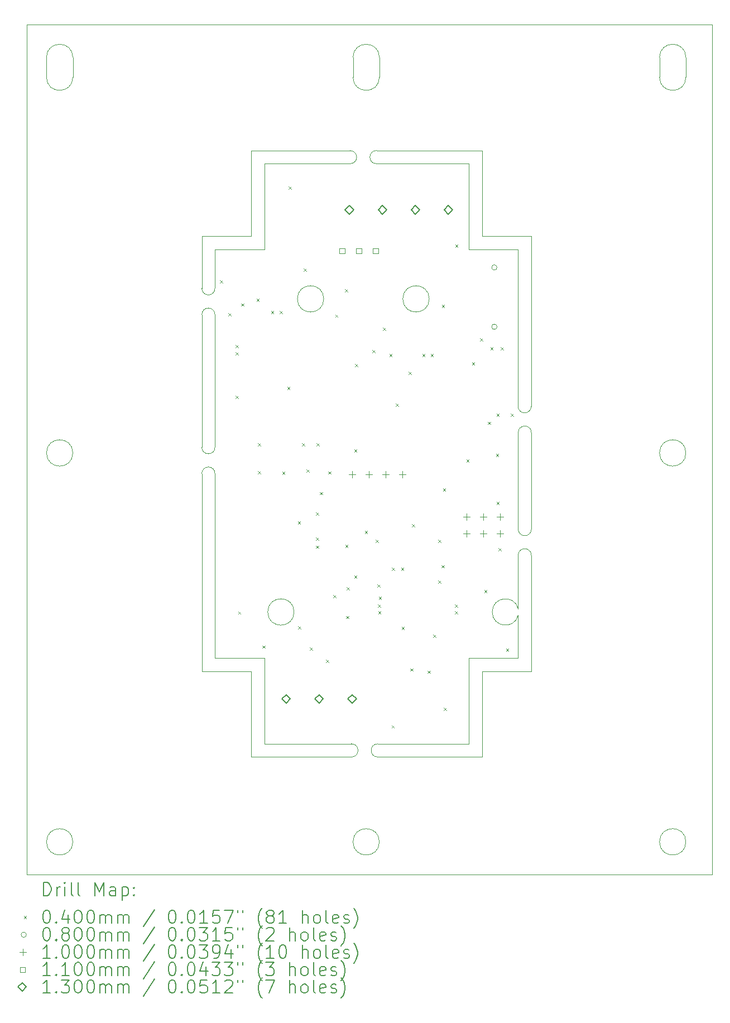
<source format=gbr>
%TF.GenerationSoftware,KiCad,Pcbnew,7.0.7*%
%TF.CreationDate,2023-10-05T08:39:18+02:00*%
%TF.ProjectId,Modbus_master,4d6f6462-7573-45f6-9d61-737465722e6b,rev?*%
%TF.SameCoordinates,PX4d3f640PY9988330*%
%TF.FileFunction,Drillmap*%
%TF.FilePolarity,Positive*%
%FSLAX45Y45*%
G04 Gerber Fmt 4.5, Leading zero omitted, Abs format (unit mm)*
G04 Created by KiCad (PCBNEW 7.0.7) date 2023-10-05 08:39:18*
%MOMM*%
%LPD*%
G01*
G04 APERTURE LIST*
%ADD10C,0.100000*%
%ADD11C,0.200000*%
%ADD12C,0.040000*%
%ADD13C,0.080000*%
%ADD14C,0.110000*%
%ADD15C,0.130000*%
G04 APERTURE END LIST*
D10*
X2656000Y6486000D02*
X2655980Y8497000D01*
X0Y12899000D02*
X10400000Y12899000D01*
X10400000Y-1000D01*
X0Y-1000D01*
X0Y12899000D01*
X2655921Y8896000D02*
X2656000Y9686000D01*
X10000000Y6399000D02*
G75*
G03*
X10000000Y6399000I-200000J0D01*
G01*
X300000Y12099000D02*
X300000Y12399000D01*
X6706000Y10786000D02*
X5368500Y10786000D01*
X7456000Y4845000D02*
X7456000Y4036000D01*
X9600000Y12099000D02*
G75*
G03*
X10000000Y12099000I200000J0D01*
G01*
X7454000Y7107000D02*
G75*
G03*
X7654005Y7108000I100000J1000D01*
G01*
X5350000Y12099000D02*
X5350000Y12399000D01*
X6706000Y9486000D02*
X7456000Y9486000D01*
X4926000Y1786000D02*
G75*
G03*
X4926000Y1986000I0J100000D01*
G01*
X5388500Y1986000D02*
X6706000Y1986000D01*
X7456000Y9486000D02*
X7454000Y7107000D01*
X7456000Y3286000D02*
X7456000Y3937000D01*
X7654005Y7108000D02*
X7656000Y9686000D01*
X2856000Y8495000D02*
G75*
G03*
X2655980Y8497000I-100000J2000D01*
G01*
X7656000Y6707000D02*
G75*
G03*
X7456000Y6707000I-100000J0D01*
G01*
X300000Y12099000D02*
G75*
G03*
X700000Y12099000I200000J0D01*
G01*
X5326000Y1786000D02*
X6906000Y1786000D01*
X2856000Y6083500D02*
X2856000Y3286000D01*
X7456000Y3286000D02*
X6706000Y3286000D01*
X2855969Y6083501D02*
G75*
G03*
X2656000Y6086000I-99969J2499D01*
G01*
X7456000Y5243500D02*
G75*
G03*
X7656001Y5243000I100000J-500D01*
G01*
X4926000Y1786000D02*
X3406000Y1786000D01*
X2656000Y9686000D02*
X3406000Y9686000D01*
X3606000Y9486000D02*
X2856000Y9486000D01*
X4056000Y3986000D02*
G75*
G03*
X4056000Y3986000I-200000J0D01*
G01*
X2656000Y3086000D02*
X2656000Y6086000D01*
X4950000Y12099000D02*
G75*
G03*
X5350000Y12099000I200000J0D01*
G01*
X7656000Y3086000D02*
X7656000Y4845000D01*
X5326000Y1986000D02*
X5388500Y1986000D01*
X2656000Y6486000D02*
G75*
G03*
X2856000Y6486000I100000J0D01*
G01*
X3606000Y9486000D02*
X3606000Y10786000D01*
X700000Y12099000D02*
X700000Y12399000D01*
X700000Y6399000D02*
G75*
G03*
X700000Y6399000I-200000J0D01*
G01*
X4506000Y8736000D02*
G75*
G03*
X4506000Y8736000I-200000J0D01*
G01*
X6906000Y3086000D02*
X6906000Y1786000D01*
X5368500Y10786000D02*
X5306000Y10786000D01*
X2856000Y9486000D02*
X2856000Y8898500D01*
X6106000Y8736000D02*
G75*
G03*
X6106000Y8736000I-200000J0D01*
G01*
X7455760Y4035938D02*
G75*
G03*
X7456000Y3937000I-193760J-49938D01*
G01*
X6906000Y10986000D02*
X6906000Y9686000D01*
X6706000Y10786000D02*
X6706000Y9486000D01*
X3406000Y9686000D02*
X3406000Y10986000D01*
X7656000Y3086000D02*
X6906000Y3086000D01*
X3406000Y1786000D02*
X3406000Y3086000D01*
X700000Y12399000D02*
G75*
G03*
X300000Y12399000I-200000J0D01*
G01*
X5350000Y12399000D02*
G75*
G03*
X4950000Y12399000I-200000J0D01*
G01*
X10000000Y499000D02*
G75*
G03*
X10000000Y499000I-200000J0D01*
G01*
X5306000Y10986000D02*
G75*
G03*
X5306000Y10786000I0J-100000D01*
G01*
X2856000Y8495000D02*
X2856000Y6486000D01*
X2655929Y8896000D02*
G75*
G03*
X2856000Y8898500I100051J0D01*
G01*
X5326000Y1986000D02*
G75*
G03*
X5326000Y1786000I0J-100000D01*
G01*
X4903500Y10786000D02*
X3606000Y10786000D01*
X9600000Y12099000D02*
X9600000Y12399000D01*
X3406000Y10986000D02*
X4906000Y10986031D01*
X10000000Y12399000D02*
G75*
G03*
X9600000Y12399000I-200000J0D01*
G01*
X4903500Y10786000D02*
G75*
G03*
X4906000Y10986031I2500J100000D01*
G01*
X7656000Y6707000D02*
X7656001Y5243000D01*
X3606000Y3286000D02*
X2856000Y3286000D01*
X5350000Y499000D02*
G75*
G03*
X5350000Y499000I-200000J0D01*
G01*
X3606000Y1986000D02*
X3606000Y3286000D01*
X7456000Y5243500D02*
X7456000Y6707000D01*
X4950000Y12099000D02*
X4950000Y12399000D01*
X6906000Y9686000D02*
X7656000Y9686000D01*
X3606000Y1986000D02*
X4926000Y1986000D01*
X6706000Y1986000D02*
X6706000Y3286000D01*
X700000Y499000D02*
G75*
G03*
X700000Y499000I-200000J0D01*
G01*
X10000000Y12099000D02*
X10000000Y12399000D01*
X5306000Y10986000D02*
X6906000Y10986000D01*
X3406000Y3086000D02*
X2656000Y3086000D01*
X7656000Y4845000D02*
G75*
G03*
X7456000Y4845000I-100000J0D01*
G01*
D11*
D12*
X2931540Y9019700D02*
X2971540Y8979700D01*
X2971540Y9019700D02*
X2931540Y8979700D01*
X3061080Y8516980D02*
X3101080Y8476980D01*
X3101080Y8516980D02*
X3061080Y8476980D01*
X3166000Y8036000D02*
X3206000Y7996000D01*
X3206000Y8036000D02*
X3166000Y7996000D01*
X3166000Y7926000D02*
X3206000Y7886000D01*
X3206000Y7926000D02*
X3166000Y7886000D01*
X3166000Y7266000D02*
X3206000Y7226000D01*
X3206000Y7266000D02*
X3166000Y7226000D01*
X3207500Y3994000D02*
X3247500Y3954000D01*
X3247500Y3994000D02*
X3207500Y3954000D01*
X3251580Y8666640D02*
X3291580Y8626640D01*
X3291580Y8666640D02*
X3251580Y8626640D01*
X3486000Y8738500D02*
X3526000Y8698500D01*
X3526000Y8738500D02*
X3486000Y8698500D01*
X3506000Y6546000D02*
X3546000Y6506000D01*
X3546000Y6546000D02*
X3506000Y6506000D01*
X3506000Y6126000D02*
X3546000Y6086000D01*
X3546000Y6126000D02*
X3506000Y6086000D01*
X3577500Y3476500D02*
X3617500Y3436500D01*
X3617500Y3476500D02*
X3577500Y3436500D01*
X3706000Y8556000D02*
X3746000Y8516000D01*
X3746000Y8556000D02*
X3706000Y8516000D01*
X3836000Y8556000D02*
X3876000Y8516000D01*
X3876000Y8556000D02*
X3836000Y8516000D01*
X3876000Y6116000D02*
X3916000Y6076000D01*
X3916000Y6116000D02*
X3876000Y6076000D01*
X3951000Y7403550D02*
X3991000Y7363550D01*
X3991000Y7403550D02*
X3951000Y7363550D01*
X3970400Y10442100D02*
X4010400Y10402100D01*
X4010400Y10442100D02*
X3970400Y10402100D01*
X4112640Y5362100D02*
X4152640Y5322100D01*
X4152640Y5362100D02*
X4112640Y5322100D01*
X4117500Y3766500D02*
X4157500Y3726500D01*
X4157500Y3766500D02*
X4117500Y3726500D01*
X4176000Y6546000D02*
X4216000Y6506000D01*
X4216000Y6546000D02*
X4176000Y6506000D01*
X4201540Y9197500D02*
X4241540Y9157500D01*
X4241540Y9197500D02*
X4201540Y9157500D01*
X4243000Y6149000D02*
X4283000Y6109000D01*
X4283000Y6149000D02*
X4243000Y6109000D01*
X4295500Y3448500D02*
X4335500Y3408500D01*
X4335500Y3448500D02*
X4295500Y3408500D01*
X4389500Y5494180D02*
X4429500Y5454180D01*
X4429500Y5494180D02*
X4389500Y5454180D01*
X4390000Y5114000D02*
X4430000Y5074000D01*
X4430000Y5114000D02*
X4390000Y5074000D01*
X4390000Y4991950D02*
X4430000Y4951950D01*
X4430000Y4991950D02*
X4390000Y4951950D01*
X4396000Y6546000D02*
X4436000Y6506000D01*
X4436000Y6546000D02*
X4396000Y6506000D01*
X4447920Y5806600D02*
X4487920Y5766600D01*
X4487920Y5806600D02*
X4447920Y5766600D01*
X4540000Y3264000D02*
X4580000Y3224000D01*
X4580000Y3264000D02*
X4540000Y3224000D01*
X4576000Y6118000D02*
X4616000Y6078000D01*
X4616000Y6118000D02*
X4576000Y6078000D01*
X4650230Y4244230D02*
X4690230Y4204230D01*
X4690230Y4244230D02*
X4650230Y4204230D01*
X4680730Y8498270D02*
X4720730Y8458270D01*
X4720730Y8498270D02*
X4680730Y8458270D01*
X4828920Y8882540D02*
X4868920Y8842540D01*
X4868920Y8882540D02*
X4828920Y8842540D01*
X4832000Y5008500D02*
X4872000Y4968500D01*
X4872000Y5008500D02*
X4832000Y4968500D01*
X4846000Y3926000D02*
X4886000Y3886000D01*
X4886000Y3926000D02*
X4846000Y3886000D01*
X4851780Y4361340D02*
X4891780Y4321340D01*
X4891780Y4361340D02*
X4851780Y4321340D01*
X4968620Y6451760D02*
X5008620Y6411760D01*
X5008620Y6451760D02*
X4968620Y6411760D01*
X4968620Y4539140D02*
X5008620Y4499140D01*
X5008620Y4539140D02*
X4968620Y4499140D01*
X4981320Y7749700D02*
X5021320Y7709700D01*
X5021320Y7749700D02*
X4981320Y7709700D01*
X5128640Y5214780D02*
X5168640Y5174780D01*
X5168640Y5214780D02*
X5128640Y5174780D01*
X5240400Y7960520D02*
X5280400Y7920520D01*
X5280400Y7960520D02*
X5240400Y7920520D01*
X5291200Y5080160D02*
X5331200Y5040160D01*
X5331200Y5080160D02*
X5291200Y5040160D01*
X5316600Y4407060D02*
X5356600Y4367060D01*
X5356600Y4407060D02*
X5316600Y4367060D01*
X5328396Y4100551D02*
X5368396Y4060551D01*
X5368396Y4100551D02*
X5328396Y4060551D01*
X5331840Y4000660D02*
X5371840Y3960660D01*
X5371840Y4000660D02*
X5331840Y3960660D01*
X5339460Y4219100D02*
X5379460Y4179100D01*
X5379460Y4219100D02*
X5339460Y4179100D01*
X5402960Y8300880D02*
X5442960Y8260880D01*
X5442960Y8300880D02*
X5402960Y8260880D01*
X5501860Y7900680D02*
X5541860Y7860680D01*
X5541860Y7900680D02*
X5501860Y7860680D01*
X5536000Y2266000D02*
X5576000Y2226000D01*
X5576000Y2266000D02*
X5536000Y2226000D01*
X5537580Y4655980D02*
X5577580Y4615980D01*
X5577580Y4655980D02*
X5537580Y4615980D01*
X5598540Y7150260D02*
X5638540Y7110260D01*
X5638540Y7150260D02*
X5598540Y7110260D01*
X5679820Y4661060D02*
X5719820Y4621060D01*
X5719820Y4661060D02*
X5679820Y4621060D01*
X5687440Y3761900D02*
X5727440Y3721900D01*
X5727440Y3761900D02*
X5687440Y3721900D01*
X5794120Y7630320D02*
X5834120Y7590320D01*
X5834120Y7630320D02*
X5794120Y7590320D01*
X5819680Y3130800D02*
X5859680Y3090800D01*
X5859680Y3130800D02*
X5819680Y3090800D01*
X5841390Y5319620D02*
X5881390Y5279620D01*
X5881390Y5319620D02*
X5841390Y5279620D01*
X6001860Y7900680D02*
X6041860Y7860680D01*
X6041860Y7900680D02*
X6001860Y7860680D01*
X6082680Y3096800D02*
X6122680Y3056800D01*
X6122680Y3096800D02*
X6082680Y3056800D01*
X6126860Y7900680D02*
X6166860Y7860680D01*
X6166860Y7900680D02*
X6126860Y7860680D01*
X6164960Y3642520D02*
X6204960Y3602520D01*
X6204960Y3642520D02*
X6164960Y3602520D01*
X6241160Y4465480D02*
X6281160Y4425480D01*
X6281160Y4465480D02*
X6241160Y4425480D01*
X6241390Y5079620D02*
X6281390Y5039620D01*
X6281390Y5079620D02*
X6241390Y5039620D01*
X6291960Y4696620D02*
X6331960Y4656620D01*
X6331960Y4696620D02*
X6291960Y4656620D01*
X6297140Y8643780D02*
X6337140Y8603780D01*
X6337140Y8643780D02*
X6297140Y8603780D01*
X6314820Y5862480D02*
X6354820Y5822480D01*
X6354820Y5862480D02*
X6314820Y5822480D01*
X6324980Y2532540D02*
X6364980Y2492540D01*
X6364980Y2532540D02*
X6324980Y2492540D01*
X6495160Y4097180D02*
X6535160Y4057180D01*
X6535160Y4097180D02*
X6495160Y4057180D01*
X6495160Y3997230D02*
X6535160Y3957230D01*
X6535160Y3997230D02*
X6495160Y3957230D01*
X6499980Y9560720D02*
X6539980Y9520720D01*
X6539980Y9560720D02*
X6499980Y9520720D01*
X6670420Y6299360D02*
X6710420Y6259360D01*
X6710420Y6299360D02*
X6670420Y6259360D01*
X6754240Y7775100D02*
X6794240Y7735100D01*
X6794240Y7775100D02*
X6754240Y7735100D01*
X6876160Y8135780D02*
X6916160Y8095780D01*
X6916160Y8135780D02*
X6876160Y8095780D01*
X6939660Y4318160D02*
X6979660Y4278160D01*
X6979660Y4318160D02*
X6939660Y4278160D01*
X6993000Y6873400D02*
X7033000Y6833400D01*
X7033000Y6873400D02*
X6993000Y6833400D01*
X7033640Y8004910D02*
X7073640Y7964910D01*
X7073640Y8004910D02*
X7033640Y7964910D01*
X7117460Y6388260D02*
X7157460Y6348260D01*
X7157460Y6388260D02*
X7117460Y6348260D01*
X7127620Y6992780D02*
X7167620Y6952780D01*
X7167620Y6992780D02*
X7127620Y6952780D01*
X7127620Y5656740D02*
X7167620Y5616740D01*
X7167620Y5656740D02*
X7127620Y5616740D01*
X7158100Y4953160D02*
X7198100Y4913160D01*
X7198100Y4953160D02*
X7158100Y4913160D01*
X7192330Y8004910D02*
X7232330Y7964910D01*
X7232330Y8004910D02*
X7192330Y7964910D01*
X7269860Y3431700D02*
X7309860Y3391700D01*
X7309860Y3431700D02*
X7269860Y3391700D01*
X7340980Y6997860D02*
X7380980Y6957860D01*
X7380980Y6997860D02*
X7340980Y6957860D01*
D13*
X7134000Y9213000D02*
G75*
G03*
X7134000Y9213000I-40000J0D01*
G01*
X7134000Y8313000D02*
G75*
G03*
X7134000Y8313000I-40000J0D01*
G01*
D10*
X4935280Y6123620D02*
X4935280Y6023620D01*
X4885280Y6073620D02*
X4985280Y6073620D01*
X5189280Y6123620D02*
X5189280Y6023620D01*
X5139280Y6073620D02*
X5239280Y6073620D01*
X5443280Y6123620D02*
X5443280Y6023620D01*
X5393280Y6073620D02*
X5493280Y6073620D01*
X5697280Y6123620D02*
X5697280Y6023620D01*
X5647280Y6073620D02*
X5747280Y6073620D01*
X6675180Y5478460D02*
X6675180Y5378460D01*
X6625180Y5428460D02*
X6725180Y5428460D01*
X6675180Y5224460D02*
X6675180Y5124460D01*
X6625180Y5174460D02*
X6725180Y5174460D01*
X6929180Y5478460D02*
X6929180Y5378460D01*
X6879180Y5428460D02*
X6979180Y5428460D01*
X6929180Y5224460D02*
X6929180Y5124460D01*
X6879180Y5174460D02*
X6979180Y5174460D01*
X7183180Y5478460D02*
X7183180Y5378460D01*
X7133180Y5428460D02*
X7233180Y5428460D01*
X7183180Y5224460D02*
X7183180Y5124460D01*
X7133180Y5174460D02*
X7233180Y5174460D01*
D14*
X4824311Y9423089D02*
X4824311Y9500871D01*
X4746529Y9500871D01*
X4746529Y9423089D01*
X4824311Y9423089D01*
X5078311Y9423089D02*
X5078311Y9500871D01*
X5000529Y9500871D01*
X5000529Y9423089D01*
X5078311Y9423089D01*
X5332311Y9423089D02*
X5332311Y9500871D01*
X5254529Y9500871D01*
X5254529Y9423089D01*
X5332311Y9423089D01*
D15*
X3936000Y2601000D02*
X4001000Y2666000D01*
X3936000Y2731000D01*
X3871000Y2666000D01*
X3936000Y2601000D01*
X4436000Y2601000D02*
X4501000Y2666000D01*
X4436000Y2731000D01*
X4371000Y2666000D01*
X4436000Y2601000D01*
X4896000Y10021000D02*
X4961000Y10086000D01*
X4896000Y10151000D01*
X4831000Y10086000D01*
X4896000Y10021000D01*
X4936000Y2601000D02*
X5001000Y2666000D01*
X4936000Y2731000D01*
X4871000Y2666000D01*
X4936000Y2601000D01*
X5396000Y10021000D02*
X5461000Y10086000D01*
X5396000Y10151000D01*
X5331000Y10086000D01*
X5396000Y10021000D01*
X5896000Y10021000D02*
X5961000Y10086000D01*
X5896000Y10151000D01*
X5831000Y10086000D01*
X5896000Y10021000D01*
X6396000Y10021000D02*
X6461000Y10086000D01*
X6396000Y10151000D01*
X6331000Y10086000D01*
X6396000Y10021000D01*
D11*
X255777Y-317484D02*
X255777Y-117484D01*
X255777Y-117484D02*
X303396Y-117484D01*
X303396Y-117484D02*
X331967Y-127008D01*
X331967Y-127008D02*
X351015Y-146055D01*
X351015Y-146055D02*
X360539Y-165103D01*
X360539Y-165103D02*
X370062Y-203198D01*
X370062Y-203198D02*
X370062Y-231769D01*
X370062Y-231769D02*
X360539Y-269865D01*
X360539Y-269865D02*
X351015Y-288912D01*
X351015Y-288912D02*
X331967Y-307960D01*
X331967Y-307960D02*
X303396Y-317484D01*
X303396Y-317484D02*
X255777Y-317484D01*
X455777Y-317484D02*
X455777Y-184150D01*
X455777Y-222246D02*
X465301Y-203198D01*
X465301Y-203198D02*
X474824Y-193674D01*
X474824Y-193674D02*
X493872Y-184150D01*
X493872Y-184150D02*
X512920Y-184150D01*
X579586Y-317484D02*
X579586Y-184150D01*
X579586Y-117484D02*
X570063Y-127008D01*
X570063Y-127008D02*
X579586Y-136531D01*
X579586Y-136531D02*
X589110Y-127008D01*
X589110Y-127008D02*
X579586Y-117484D01*
X579586Y-117484D02*
X579586Y-136531D01*
X703396Y-317484D02*
X684348Y-307960D01*
X684348Y-307960D02*
X674824Y-288912D01*
X674824Y-288912D02*
X674824Y-117484D01*
X808158Y-317484D02*
X789110Y-307960D01*
X789110Y-307960D02*
X779586Y-288912D01*
X779586Y-288912D02*
X779586Y-117484D01*
X1036729Y-317484D02*
X1036729Y-117484D01*
X1036729Y-117484D02*
X1103396Y-260341D01*
X1103396Y-260341D02*
X1170063Y-117484D01*
X1170063Y-117484D02*
X1170063Y-317484D01*
X1351015Y-317484D02*
X1351015Y-212722D01*
X1351015Y-212722D02*
X1341491Y-193674D01*
X1341491Y-193674D02*
X1322444Y-184150D01*
X1322444Y-184150D02*
X1284348Y-184150D01*
X1284348Y-184150D02*
X1265301Y-193674D01*
X1351015Y-307960D02*
X1331967Y-317484D01*
X1331967Y-317484D02*
X1284348Y-317484D01*
X1284348Y-317484D02*
X1265301Y-307960D01*
X1265301Y-307960D02*
X1255777Y-288912D01*
X1255777Y-288912D02*
X1255777Y-269865D01*
X1255777Y-269865D02*
X1265301Y-250817D01*
X1265301Y-250817D02*
X1284348Y-241293D01*
X1284348Y-241293D02*
X1331967Y-241293D01*
X1331967Y-241293D02*
X1351015Y-231769D01*
X1446253Y-184150D02*
X1446253Y-384150D01*
X1446253Y-193674D02*
X1465301Y-184150D01*
X1465301Y-184150D02*
X1503396Y-184150D01*
X1503396Y-184150D02*
X1522443Y-193674D01*
X1522443Y-193674D02*
X1531967Y-203198D01*
X1531967Y-203198D02*
X1541491Y-222246D01*
X1541491Y-222246D02*
X1541491Y-279389D01*
X1541491Y-279389D02*
X1531967Y-298436D01*
X1531967Y-298436D02*
X1522443Y-307960D01*
X1522443Y-307960D02*
X1503396Y-317484D01*
X1503396Y-317484D02*
X1465301Y-317484D01*
X1465301Y-317484D02*
X1446253Y-307960D01*
X1627205Y-298436D02*
X1636729Y-307960D01*
X1636729Y-307960D02*
X1627205Y-317484D01*
X1627205Y-317484D02*
X1617682Y-307960D01*
X1617682Y-307960D02*
X1627205Y-298436D01*
X1627205Y-298436D02*
X1627205Y-317484D01*
X1627205Y-193674D02*
X1636729Y-203198D01*
X1636729Y-203198D02*
X1627205Y-212722D01*
X1627205Y-212722D02*
X1617682Y-203198D01*
X1617682Y-203198D02*
X1627205Y-193674D01*
X1627205Y-193674D02*
X1627205Y-212722D01*
D12*
X-45000Y-626000D02*
X-5000Y-666000D01*
X-5000Y-626000D02*
X-45000Y-666000D01*
D11*
X293872Y-537484D02*
X312920Y-537484D01*
X312920Y-537484D02*
X331967Y-547008D01*
X331967Y-547008D02*
X341491Y-556531D01*
X341491Y-556531D02*
X351015Y-575579D01*
X351015Y-575579D02*
X360539Y-613674D01*
X360539Y-613674D02*
X360539Y-661293D01*
X360539Y-661293D02*
X351015Y-699388D01*
X351015Y-699388D02*
X341491Y-718436D01*
X341491Y-718436D02*
X331967Y-727960D01*
X331967Y-727960D02*
X312920Y-737484D01*
X312920Y-737484D02*
X293872Y-737484D01*
X293872Y-737484D02*
X274824Y-727960D01*
X274824Y-727960D02*
X265301Y-718436D01*
X265301Y-718436D02*
X255777Y-699388D01*
X255777Y-699388D02*
X246253Y-661293D01*
X246253Y-661293D02*
X246253Y-613674D01*
X246253Y-613674D02*
X255777Y-575579D01*
X255777Y-575579D02*
X265301Y-556531D01*
X265301Y-556531D02*
X274824Y-547008D01*
X274824Y-547008D02*
X293872Y-537484D01*
X446253Y-718436D02*
X455777Y-727960D01*
X455777Y-727960D02*
X446253Y-737484D01*
X446253Y-737484D02*
X436729Y-727960D01*
X436729Y-727960D02*
X446253Y-718436D01*
X446253Y-718436D02*
X446253Y-737484D01*
X627205Y-604150D02*
X627205Y-737484D01*
X579586Y-527960D02*
X531967Y-670817D01*
X531967Y-670817D02*
X655777Y-670817D01*
X770062Y-537484D02*
X789110Y-537484D01*
X789110Y-537484D02*
X808158Y-547008D01*
X808158Y-547008D02*
X817682Y-556531D01*
X817682Y-556531D02*
X827205Y-575579D01*
X827205Y-575579D02*
X836729Y-613674D01*
X836729Y-613674D02*
X836729Y-661293D01*
X836729Y-661293D02*
X827205Y-699388D01*
X827205Y-699388D02*
X817682Y-718436D01*
X817682Y-718436D02*
X808158Y-727960D01*
X808158Y-727960D02*
X789110Y-737484D01*
X789110Y-737484D02*
X770062Y-737484D01*
X770062Y-737484D02*
X751015Y-727960D01*
X751015Y-727960D02*
X741491Y-718436D01*
X741491Y-718436D02*
X731967Y-699388D01*
X731967Y-699388D02*
X722443Y-661293D01*
X722443Y-661293D02*
X722443Y-613674D01*
X722443Y-613674D02*
X731967Y-575579D01*
X731967Y-575579D02*
X741491Y-556531D01*
X741491Y-556531D02*
X751015Y-547008D01*
X751015Y-547008D02*
X770062Y-537484D01*
X960539Y-537484D02*
X979586Y-537484D01*
X979586Y-537484D02*
X998634Y-547008D01*
X998634Y-547008D02*
X1008158Y-556531D01*
X1008158Y-556531D02*
X1017682Y-575579D01*
X1017682Y-575579D02*
X1027205Y-613674D01*
X1027205Y-613674D02*
X1027205Y-661293D01*
X1027205Y-661293D02*
X1017682Y-699388D01*
X1017682Y-699388D02*
X1008158Y-718436D01*
X1008158Y-718436D02*
X998634Y-727960D01*
X998634Y-727960D02*
X979586Y-737484D01*
X979586Y-737484D02*
X960539Y-737484D01*
X960539Y-737484D02*
X941491Y-727960D01*
X941491Y-727960D02*
X931967Y-718436D01*
X931967Y-718436D02*
X922443Y-699388D01*
X922443Y-699388D02*
X912920Y-661293D01*
X912920Y-661293D02*
X912920Y-613674D01*
X912920Y-613674D02*
X922443Y-575579D01*
X922443Y-575579D02*
X931967Y-556531D01*
X931967Y-556531D02*
X941491Y-547008D01*
X941491Y-547008D02*
X960539Y-537484D01*
X1112920Y-737484D02*
X1112920Y-604150D01*
X1112920Y-623198D02*
X1122444Y-613674D01*
X1122444Y-613674D02*
X1141491Y-604150D01*
X1141491Y-604150D02*
X1170063Y-604150D01*
X1170063Y-604150D02*
X1189110Y-613674D01*
X1189110Y-613674D02*
X1198634Y-632722D01*
X1198634Y-632722D02*
X1198634Y-737484D01*
X1198634Y-632722D02*
X1208158Y-613674D01*
X1208158Y-613674D02*
X1227205Y-604150D01*
X1227205Y-604150D02*
X1255777Y-604150D01*
X1255777Y-604150D02*
X1274825Y-613674D01*
X1274825Y-613674D02*
X1284348Y-632722D01*
X1284348Y-632722D02*
X1284348Y-737484D01*
X1379586Y-737484D02*
X1379586Y-604150D01*
X1379586Y-623198D02*
X1389110Y-613674D01*
X1389110Y-613674D02*
X1408158Y-604150D01*
X1408158Y-604150D02*
X1436729Y-604150D01*
X1436729Y-604150D02*
X1455777Y-613674D01*
X1455777Y-613674D02*
X1465301Y-632722D01*
X1465301Y-632722D02*
X1465301Y-737484D01*
X1465301Y-632722D02*
X1474824Y-613674D01*
X1474824Y-613674D02*
X1493872Y-604150D01*
X1493872Y-604150D02*
X1522443Y-604150D01*
X1522443Y-604150D02*
X1541491Y-613674D01*
X1541491Y-613674D02*
X1551015Y-632722D01*
X1551015Y-632722D02*
X1551015Y-737484D01*
X1941491Y-527960D02*
X1770063Y-785103D01*
X2198634Y-537484D02*
X2217682Y-537484D01*
X2217682Y-537484D02*
X2236729Y-547008D01*
X2236729Y-547008D02*
X2246253Y-556531D01*
X2246253Y-556531D02*
X2255777Y-575579D01*
X2255777Y-575579D02*
X2265301Y-613674D01*
X2265301Y-613674D02*
X2265301Y-661293D01*
X2265301Y-661293D02*
X2255777Y-699388D01*
X2255777Y-699388D02*
X2246253Y-718436D01*
X2246253Y-718436D02*
X2236729Y-727960D01*
X2236729Y-727960D02*
X2217682Y-737484D01*
X2217682Y-737484D02*
X2198634Y-737484D01*
X2198634Y-737484D02*
X2179587Y-727960D01*
X2179587Y-727960D02*
X2170063Y-718436D01*
X2170063Y-718436D02*
X2160539Y-699388D01*
X2160539Y-699388D02*
X2151015Y-661293D01*
X2151015Y-661293D02*
X2151015Y-613674D01*
X2151015Y-613674D02*
X2160539Y-575579D01*
X2160539Y-575579D02*
X2170063Y-556531D01*
X2170063Y-556531D02*
X2179587Y-547008D01*
X2179587Y-547008D02*
X2198634Y-537484D01*
X2351015Y-718436D02*
X2360539Y-727960D01*
X2360539Y-727960D02*
X2351015Y-737484D01*
X2351015Y-737484D02*
X2341491Y-727960D01*
X2341491Y-727960D02*
X2351015Y-718436D01*
X2351015Y-718436D02*
X2351015Y-737484D01*
X2484348Y-537484D02*
X2503396Y-537484D01*
X2503396Y-537484D02*
X2522444Y-547008D01*
X2522444Y-547008D02*
X2531968Y-556531D01*
X2531968Y-556531D02*
X2541491Y-575579D01*
X2541491Y-575579D02*
X2551015Y-613674D01*
X2551015Y-613674D02*
X2551015Y-661293D01*
X2551015Y-661293D02*
X2541491Y-699388D01*
X2541491Y-699388D02*
X2531968Y-718436D01*
X2531968Y-718436D02*
X2522444Y-727960D01*
X2522444Y-727960D02*
X2503396Y-737484D01*
X2503396Y-737484D02*
X2484348Y-737484D01*
X2484348Y-737484D02*
X2465301Y-727960D01*
X2465301Y-727960D02*
X2455777Y-718436D01*
X2455777Y-718436D02*
X2446253Y-699388D01*
X2446253Y-699388D02*
X2436729Y-661293D01*
X2436729Y-661293D02*
X2436729Y-613674D01*
X2436729Y-613674D02*
X2446253Y-575579D01*
X2446253Y-575579D02*
X2455777Y-556531D01*
X2455777Y-556531D02*
X2465301Y-547008D01*
X2465301Y-547008D02*
X2484348Y-537484D01*
X2741491Y-737484D02*
X2627206Y-737484D01*
X2684348Y-737484D02*
X2684348Y-537484D01*
X2684348Y-537484D02*
X2665301Y-566055D01*
X2665301Y-566055D02*
X2646253Y-585103D01*
X2646253Y-585103D02*
X2627206Y-594627D01*
X2922444Y-537484D02*
X2827206Y-537484D01*
X2827206Y-537484D02*
X2817682Y-632722D01*
X2817682Y-632722D02*
X2827206Y-623198D01*
X2827206Y-623198D02*
X2846253Y-613674D01*
X2846253Y-613674D02*
X2893872Y-613674D01*
X2893872Y-613674D02*
X2912920Y-623198D01*
X2912920Y-623198D02*
X2922444Y-632722D01*
X2922444Y-632722D02*
X2931967Y-651770D01*
X2931967Y-651770D02*
X2931967Y-699388D01*
X2931967Y-699388D02*
X2922444Y-718436D01*
X2922444Y-718436D02*
X2912920Y-727960D01*
X2912920Y-727960D02*
X2893872Y-737484D01*
X2893872Y-737484D02*
X2846253Y-737484D01*
X2846253Y-737484D02*
X2827206Y-727960D01*
X2827206Y-727960D02*
X2817682Y-718436D01*
X2998634Y-537484D02*
X3131967Y-537484D01*
X3131967Y-537484D02*
X3046253Y-737484D01*
X3198634Y-537484D02*
X3198634Y-575579D01*
X3274825Y-537484D02*
X3274825Y-575579D01*
X3570063Y-813674D02*
X3560539Y-804150D01*
X3560539Y-804150D02*
X3541491Y-775579D01*
X3541491Y-775579D02*
X3531968Y-756531D01*
X3531968Y-756531D02*
X3522444Y-727960D01*
X3522444Y-727960D02*
X3512920Y-680341D01*
X3512920Y-680341D02*
X3512920Y-642246D01*
X3512920Y-642246D02*
X3522444Y-594627D01*
X3522444Y-594627D02*
X3531968Y-566055D01*
X3531968Y-566055D02*
X3541491Y-547008D01*
X3541491Y-547008D02*
X3560539Y-518436D01*
X3560539Y-518436D02*
X3570063Y-508912D01*
X3674825Y-623198D02*
X3655777Y-613674D01*
X3655777Y-613674D02*
X3646253Y-604150D01*
X3646253Y-604150D02*
X3636729Y-585103D01*
X3636729Y-585103D02*
X3636729Y-575579D01*
X3636729Y-575579D02*
X3646253Y-556531D01*
X3646253Y-556531D02*
X3655777Y-547008D01*
X3655777Y-547008D02*
X3674825Y-537484D01*
X3674825Y-537484D02*
X3712920Y-537484D01*
X3712920Y-537484D02*
X3731968Y-547008D01*
X3731968Y-547008D02*
X3741491Y-556531D01*
X3741491Y-556531D02*
X3751015Y-575579D01*
X3751015Y-575579D02*
X3751015Y-585103D01*
X3751015Y-585103D02*
X3741491Y-604150D01*
X3741491Y-604150D02*
X3731968Y-613674D01*
X3731968Y-613674D02*
X3712920Y-623198D01*
X3712920Y-623198D02*
X3674825Y-623198D01*
X3674825Y-623198D02*
X3655777Y-632722D01*
X3655777Y-632722D02*
X3646253Y-642246D01*
X3646253Y-642246D02*
X3636729Y-661293D01*
X3636729Y-661293D02*
X3636729Y-699388D01*
X3636729Y-699388D02*
X3646253Y-718436D01*
X3646253Y-718436D02*
X3655777Y-727960D01*
X3655777Y-727960D02*
X3674825Y-737484D01*
X3674825Y-737484D02*
X3712920Y-737484D01*
X3712920Y-737484D02*
X3731968Y-727960D01*
X3731968Y-727960D02*
X3741491Y-718436D01*
X3741491Y-718436D02*
X3751015Y-699388D01*
X3751015Y-699388D02*
X3751015Y-661293D01*
X3751015Y-661293D02*
X3741491Y-642246D01*
X3741491Y-642246D02*
X3731968Y-632722D01*
X3731968Y-632722D02*
X3712920Y-623198D01*
X3941491Y-737484D02*
X3827206Y-737484D01*
X3884348Y-737484D02*
X3884348Y-537484D01*
X3884348Y-537484D02*
X3865301Y-566055D01*
X3865301Y-566055D02*
X3846253Y-585103D01*
X3846253Y-585103D02*
X3827206Y-594627D01*
X4179587Y-737484D02*
X4179587Y-537484D01*
X4265301Y-737484D02*
X4265301Y-632722D01*
X4265301Y-632722D02*
X4255777Y-613674D01*
X4255777Y-613674D02*
X4236730Y-604150D01*
X4236730Y-604150D02*
X4208158Y-604150D01*
X4208158Y-604150D02*
X4189110Y-613674D01*
X4189110Y-613674D02*
X4179587Y-623198D01*
X4389111Y-737484D02*
X4370063Y-727960D01*
X4370063Y-727960D02*
X4360539Y-718436D01*
X4360539Y-718436D02*
X4351015Y-699388D01*
X4351015Y-699388D02*
X4351015Y-642246D01*
X4351015Y-642246D02*
X4360539Y-623198D01*
X4360539Y-623198D02*
X4370063Y-613674D01*
X4370063Y-613674D02*
X4389111Y-604150D01*
X4389111Y-604150D02*
X4417682Y-604150D01*
X4417682Y-604150D02*
X4436730Y-613674D01*
X4436730Y-613674D02*
X4446253Y-623198D01*
X4446253Y-623198D02*
X4455777Y-642246D01*
X4455777Y-642246D02*
X4455777Y-699388D01*
X4455777Y-699388D02*
X4446253Y-718436D01*
X4446253Y-718436D02*
X4436730Y-727960D01*
X4436730Y-727960D02*
X4417682Y-737484D01*
X4417682Y-737484D02*
X4389111Y-737484D01*
X4570063Y-737484D02*
X4551015Y-727960D01*
X4551015Y-727960D02*
X4541492Y-708912D01*
X4541492Y-708912D02*
X4541492Y-537484D01*
X4722444Y-727960D02*
X4703396Y-737484D01*
X4703396Y-737484D02*
X4665301Y-737484D01*
X4665301Y-737484D02*
X4646253Y-727960D01*
X4646253Y-727960D02*
X4636730Y-708912D01*
X4636730Y-708912D02*
X4636730Y-632722D01*
X4636730Y-632722D02*
X4646253Y-613674D01*
X4646253Y-613674D02*
X4665301Y-604150D01*
X4665301Y-604150D02*
X4703396Y-604150D01*
X4703396Y-604150D02*
X4722444Y-613674D01*
X4722444Y-613674D02*
X4731968Y-632722D01*
X4731968Y-632722D02*
X4731968Y-651770D01*
X4731968Y-651770D02*
X4636730Y-670817D01*
X4808158Y-727960D02*
X4827206Y-737484D01*
X4827206Y-737484D02*
X4865301Y-737484D01*
X4865301Y-737484D02*
X4884349Y-727960D01*
X4884349Y-727960D02*
X4893873Y-708912D01*
X4893873Y-708912D02*
X4893873Y-699388D01*
X4893873Y-699388D02*
X4884349Y-680341D01*
X4884349Y-680341D02*
X4865301Y-670817D01*
X4865301Y-670817D02*
X4836730Y-670817D01*
X4836730Y-670817D02*
X4817682Y-661293D01*
X4817682Y-661293D02*
X4808158Y-642246D01*
X4808158Y-642246D02*
X4808158Y-632722D01*
X4808158Y-632722D02*
X4817682Y-613674D01*
X4817682Y-613674D02*
X4836730Y-604150D01*
X4836730Y-604150D02*
X4865301Y-604150D01*
X4865301Y-604150D02*
X4884349Y-613674D01*
X4960539Y-813674D02*
X4970063Y-804150D01*
X4970063Y-804150D02*
X4989111Y-775579D01*
X4989111Y-775579D02*
X4998634Y-756531D01*
X4998634Y-756531D02*
X5008158Y-727960D01*
X5008158Y-727960D02*
X5017682Y-680341D01*
X5017682Y-680341D02*
X5017682Y-642246D01*
X5017682Y-642246D02*
X5008158Y-594627D01*
X5008158Y-594627D02*
X4998634Y-566055D01*
X4998634Y-566055D02*
X4989111Y-547008D01*
X4989111Y-547008D02*
X4970063Y-518436D01*
X4970063Y-518436D02*
X4960539Y-508912D01*
D13*
X-5000Y-910000D02*
G75*
G03*
X-5000Y-910000I-40000J0D01*
G01*
D11*
X293872Y-801484D02*
X312920Y-801484D01*
X312920Y-801484D02*
X331967Y-811008D01*
X331967Y-811008D02*
X341491Y-820531D01*
X341491Y-820531D02*
X351015Y-839579D01*
X351015Y-839579D02*
X360539Y-877674D01*
X360539Y-877674D02*
X360539Y-925293D01*
X360539Y-925293D02*
X351015Y-963388D01*
X351015Y-963388D02*
X341491Y-982436D01*
X341491Y-982436D02*
X331967Y-991960D01*
X331967Y-991960D02*
X312920Y-1001484D01*
X312920Y-1001484D02*
X293872Y-1001484D01*
X293872Y-1001484D02*
X274824Y-991960D01*
X274824Y-991960D02*
X265301Y-982436D01*
X265301Y-982436D02*
X255777Y-963388D01*
X255777Y-963388D02*
X246253Y-925293D01*
X246253Y-925293D02*
X246253Y-877674D01*
X246253Y-877674D02*
X255777Y-839579D01*
X255777Y-839579D02*
X265301Y-820531D01*
X265301Y-820531D02*
X274824Y-811008D01*
X274824Y-811008D02*
X293872Y-801484D01*
X446253Y-982436D02*
X455777Y-991960D01*
X455777Y-991960D02*
X446253Y-1001484D01*
X446253Y-1001484D02*
X436729Y-991960D01*
X436729Y-991960D02*
X446253Y-982436D01*
X446253Y-982436D02*
X446253Y-1001484D01*
X570063Y-887198D02*
X551015Y-877674D01*
X551015Y-877674D02*
X541491Y-868150D01*
X541491Y-868150D02*
X531967Y-849103D01*
X531967Y-849103D02*
X531967Y-839579D01*
X531967Y-839579D02*
X541491Y-820531D01*
X541491Y-820531D02*
X551015Y-811008D01*
X551015Y-811008D02*
X570063Y-801484D01*
X570063Y-801484D02*
X608158Y-801484D01*
X608158Y-801484D02*
X627205Y-811008D01*
X627205Y-811008D02*
X636729Y-820531D01*
X636729Y-820531D02*
X646253Y-839579D01*
X646253Y-839579D02*
X646253Y-849103D01*
X646253Y-849103D02*
X636729Y-868150D01*
X636729Y-868150D02*
X627205Y-877674D01*
X627205Y-877674D02*
X608158Y-887198D01*
X608158Y-887198D02*
X570063Y-887198D01*
X570063Y-887198D02*
X551015Y-896722D01*
X551015Y-896722D02*
X541491Y-906246D01*
X541491Y-906246D02*
X531967Y-925293D01*
X531967Y-925293D02*
X531967Y-963388D01*
X531967Y-963388D02*
X541491Y-982436D01*
X541491Y-982436D02*
X551015Y-991960D01*
X551015Y-991960D02*
X570063Y-1001484D01*
X570063Y-1001484D02*
X608158Y-1001484D01*
X608158Y-1001484D02*
X627205Y-991960D01*
X627205Y-991960D02*
X636729Y-982436D01*
X636729Y-982436D02*
X646253Y-963388D01*
X646253Y-963388D02*
X646253Y-925293D01*
X646253Y-925293D02*
X636729Y-906246D01*
X636729Y-906246D02*
X627205Y-896722D01*
X627205Y-896722D02*
X608158Y-887198D01*
X770062Y-801484D02*
X789110Y-801484D01*
X789110Y-801484D02*
X808158Y-811008D01*
X808158Y-811008D02*
X817682Y-820531D01*
X817682Y-820531D02*
X827205Y-839579D01*
X827205Y-839579D02*
X836729Y-877674D01*
X836729Y-877674D02*
X836729Y-925293D01*
X836729Y-925293D02*
X827205Y-963388D01*
X827205Y-963388D02*
X817682Y-982436D01*
X817682Y-982436D02*
X808158Y-991960D01*
X808158Y-991960D02*
X789110Y-1001484D01*
X789110Y-1001484D02*
X770062Y-1001484D01*
X770062Y-1001484D02*
X751015Y-991960D01*
X751015Y-991960D02*
X741491Y-982436D01*
X741491Y-982436D02*
X731967Y-963388D01*
X731967Y-963388D02*
X722443Y-925293D01*
X722443Y-925293D02*
X722443Y-877674D01*
X722443Y-877674D02*
X731967Y-839579D01*
X731967Y-839579D02*
X741491Y-820531D01*
X741491Y-820531D02*
X751015Y-811008D01*
X751015Y-811008D02*
X770062Y-801484D01*
X960539Y-801484D02*
X979586Y-801484D01*
X979586Y-801484D02*
X998634Y-811008D01*
X998634Y-811008D02*
X1008158Y-820531D01*
X1008158Y-820531D02*
X1017682Y-839579D01*
X1017682Y-839579D02*
X1027205Y-877674D01*
X1027205Y-877674D02*
X1027205Y-925293D01*
X1027205Y-925293D02*
X1017682Y-963388D01*
X1017682Y-963388D02*
X1008158Y-982436D01*
X1008158Y-982436D02*
X998634Y-991960D01*
X998634Y-991960D02*
X979586Y-1001484D01*
X979586Y-1001484D02*
X960539Y-1001484D01*
X960539Y-1001484D02*
X941491Y-991960D01*
X941491Y-991960D02*
X931967Y-982436D01*
X931967Y-982436D02*
X922443Y-963388D01*
X922443Y-963388D02*
X912920Y-925293D01*
X912920Y-925293D02*
X912920Y-877674D01*
X912920Y-877674D02*
X922443Y-839579D01*
X922443Y-839579D02*
X931967Y-820531D01*
X931967Y-820531D02*
X941491Y-811008D01*
X941491Y-811008D02*
X960539Y-801484D01*
X1112920Y-1001484D02*
X1112920Y-868150D01*
X1112920Y-887198D02*
X1122444Y-877674D01*
X1122444Y-877674D02*
X1141491Y-868150D01*
X1141491Y-868150D02*
X1170063Y-868150D01*
X1170063Y-868150D02*
X1189110Y-877674D01*
X1189110Y-877674D02*
X1198634Y-896722D01*
X1198634Y-896722D02*
X1198634Y-1001484D01*
X1198634Y-896722D02*
X1208158Y-877674D01*
X1208158Y-877674D02*
X1227205Y-868150D01*
X1227205Y-868150D02*
X1255777Y-868150D01*
X1255777Y-868150D02*
X1274825Y-877674D01*
X1274825Y-877674D02*
X1284348Y-896722D01*
X1284348Y-896722D02*
X1284348Y-1001484D01*
X1379586Y-1001484D02*
X1379586Y-868150D01*
X1379586Y-887198D02*
X1389110Y-877674D01*
X1389110Y-877674D02*
X1408158Y-868150D01*
X1408158Y-868150D02*
X1436729Y-868150D01*
X1436729Y-868150D02*
X1455777Y-877674D01*
X1455777Y-877674D02*
X1465301Y-896722D01*
X1465301Y-896722D02*
X1465301Y-1001484D01*
X1465301Y-896722D02*
X1474824Y-877674D01*
X1474824Y-877674D02*
X1493872Y-868150D01*
X1493872Y-868150D02*
X1522443Y-868150D01*
X1522443Y-868150D02*
X1541491Y-877674D01*
X1541491Y-877674D02*
X1551015Y-896722D01*
X1551015Y-896722D02*
X1551015Y-1001484D01*
X1941491Y-791960D02*
X1770063Y-1049103D01*
X2198634Y-801484D02*
X2217682Y-801484D01*
X2217682Y-801484D02*
X2236729Y-811008D01*
X2236729Y-811008D02*
X2246253Y-820531D01*
X2246253Y-820531D02*
X2255777Y-839579D01*
X2255777Y-839579D02*
X2265301Y-877674D01*
X2265301Y-877674D02*
X2265301Y-925293D01*
X2265301Y-925293D02*
X2255777Y-963388D01*
X2255777Y-963388D02*
X2246253Y-982436D01*
X2246253Y-982436D02*
X2236729Y-991960D01*
X2236729Y-991960D02*
X2217682Y-1001484D01*
X2217682Y-1001484D02*
X2198634Y-1001484D01*
X2198634Y-1001484D02*
X2179587Y-991960D01*
X2179587Y-991960D02*
X2170063Y-982436D01*
X2170063Y-982436D02*
X2160539Y-963388D01*
X2160539Y-963388D02*
X2151015Y-925293D01*
X2151015Y-925293D02*
X2151015Y-877674D01*
X2151015Y-877674D02*
X2160539Y-839579D01*
X2160539Y-839579D02*
X2170063Y-820531D01*
X2170063Y-820531D02*
X2179587Y-811008D01*
X2179587Y-811008D02*
X2198634Y-801484D01*
X2351015Y-982436D02*
X2360539Y-991960D01*
X2360539Y-991960D02*
X2351015Y-1001484D01*
X2351015Y-1001484D02*
X2341491Y-991960D01*
X2341491Y-991960D02*
X2351015Y-982436D01*
X2351015Y-982436D02*
X2351015Y-1001484D01*
X2484348Y-801484D02*
X2503396Y-801484D01*
X2503396Y-801484D02*
X2522444Y-811008D01*
X2522444Y-811008D02*
X2531968Y-820531D01*
X2531968Y-820531D02*
X2541491Y-839579D01*
X2541491Y-839579D02*
X2551015Y-877674D01*
X2551015Y-877674D02*
X2551015Y-925293D01*
X2551015Y-925293D02*
X2541491Y-963388D01*
X2541491Y-963388D02*
X2531968Y-982436D01*
X2531968Y-982436D02*
X2522444Y-991960D01*
X2522444Y-991960D02*
X2503396Y-1001484D01*
X2503396Y-1001484D02*
X2484348Y-1001484D01*
X2484348Y-1001484D02*
X2465301Y-991960D01*
X2465301Y-991960D02*
X2455777Y-982436D01*
X2455777Y-982436D02*
X2446253Y-963388D01*
X2446253Y-963388D02*
X2436729Y-925293D01*
X2436729Y-925293D02*
X2436729Y-877674D01*
X2436729Y-877674D02*
X2446253Y-839579D01*
X2446253Y-839579D02*
X2455777Y-820531D01*
X2455777Y-820531D02*
X2465301Y-811008D01*
X2465301Y-811008D02*
X2484348Y-801484D01*
X2617682Y-801484D02*
X2741491Y-801484D01*
X2741491Y-801484D02*
X2674825Y-877674D01*
X2674825Y-877674D02*
X2703396Y-877674D01*
X2703396Y-877674D02*
X2722444Y-887198D01*
X2722444Y-887198D02*
X2731968Y-896722D01*
X2731968Y-896722D02*
X2741491Y-915769D01*
X2741491Y-915769D02*
X2741491Y-963388D01*
X2741491Y-963388D02*
X2731968Y-982436D01*
X2731968Y-982436D02*
X2722444Y-991960D01*
X2722444Y-991960D02*
X2703396Y-1001484D01*
X2703396Y-1001484D02*
X2646253Y-1001484D01*
X2646253Y-1001484D02*
X2627206Y-991960D01*
X2627206Y-991960D02*
X2617682Y-982436D01*
X2931967Y-1001484D02*
X2817682Y-1001484D01*
X2874825Y-1001484D02*
X2874825Y-801484D01*
X2874825Y-801484D02*
X2855777Y-830055D01*
X2855777Y-830055D02*
X2836729Y-849103D01*
X2836729Y-849103D02*
X2817682Y-858627D01*
X3112920Y-801484D02*
X3017682Y-801484D01*
X3017682Y-801484D02*
X3008158Y-896722D01*
X3008158Y-896722D02*
X3017682Y-887198D01*
X3017682Y-887198D02*
X3036729Y-877674D01*
X3036729Y-877674D02*
X3084348Y-877674D01*
X3084348Y-877674D02*
X3103396Y-887198D01*
X3103396Y-887198D02*
X3112920Y-896722D01*
X3112920Y-896722D02*
X3122444Y-915769D01*
X3122444Y-915769D02*
X3122444Y-963388D01*
X3122444Y-963388D02*
X3112920Y-982436D01*
X3112920Y-982436D02*
X3103396Y-991960D01*
X3103396Y-991960D02*
X3084348Y-1001484D01*
X3084348Y-1001484D02*
X3036729Y-1001484D01*
X3036729Y-1001484D02*
X3017682Y-991960D01*
X3017682Y-991960D02*
X3008158Y-982436D01*
X3198634Y-801484D02*
X3198634Y-839579D01*
X3274825Y-801484D02*
X3274825Y-839579D01*
X3570063Y-1077674D02*
X3560539Y-1068150D01*
X3560539Y-1068150D02*
X3541491Y-1039579D01*
X3541491Y-1039579D02*
X3531968Y-1020531D01*
X3531968Y-1020531D02*
X3522444Y-991960D01*
X3522444Y-991960D02*
X3512920Y-944341D01*
X3512920Y-944341D02*
X3512920Y-906246D01*
X3512920Y-906246D02*
X3522444Y-858627D01*
X3522444Y-858627D02*
X3531968Y-830055D01*
X3531968Y-830055D02*
X3541491Y-811008D01*
X3541491Y-811008D02*
X3560539Y-782436D01*
X3560539Y-782436D02*
X3570063Y-772912D01*
X3636729Y-820531D02*
X3646253Y-811008D01*
X3646253Y-811008D02*
X3665301Y-801484D01*
X3665301Y-801484D02*
X3712920Y-801484D01*
X3712920Y-801484D02*
X3731968Y-811008D01*
X3731968Y-811008D02*
X3741491Y-820531D01*
X3741491Y-820531D02*
X3751015Y-839579D01*
X3751015Y-839579D02*
X3751015Y-858627D01*
X3751015Y-858627D02*
X3741491Y-887198D01*
X3741491Y-887198D02*
X3627206Y-1001484D01*
X3627206Y-1001484D02*
X3751015Y-1001484D01*
X3989110Y-1001484D02*
X3989110Y-801484D01*
X4074825Y-1001484D02*
X4074825Y-896722D01*
X4074825Y-896722D02*
X4065301Y-877674D01*
X4065301Y-877674D02*
X4046253Y-868150D01*
X4046253Y-868150D02*
X4017682Y-868150D01*
X4017682Y-868150D02*
X3998634Y-877674D01*
X3998634Y-877674D02*
X3989110Y-887198D01*
X4198634Y-1001484D02*
X4179587Y-991960D01*
X4179587Y-991960D02*
X4170063Y-982436D01*
X4170063Y-982436D02*
X4160539Y-963388D01*
X4160539Y-963388D02*
X4160539Y-906246D01*
X4160539Y-906246D02*
X4170063Y-887198D01*
X4170063Y-887198D02*
X4179587Y-877674D01*
X4179587Y-877674D02*
X4198634Y-868150D01*
X4198634Y-868150D02*
X4227206Y-868150D01*
X4227206Y-868150D02*
X4246253Y-877674D01*
X4246253Y-877674D02*
X4255777Y-887198D01*
X4255777Y-887198D02*
X4265301Y-906246D01*
X4265301Y-906246D02*
X4265301Y-963388D01*
X4265301Y-963388D02*
X4255777Y-982436D01*
X4255777Y-982436D02*
X4246253Y-991960D01*
X4246253Y-991960D02*
X4227206Y-1001484D01*
X4227206Y-1001484D02*
X4198634Y-1001484D01*
X4379587Y-1001484D02*
X4360539Y-991960D01*
X4360539Y-991960D02*
X4351015Y-972912D01*
X4351015Y-972912D02*
X4351015Y-801484D01*
X4531968Y-991960D02*
X4512920Y-1001484D01*
X4512920Y-1001484D02*
X4474825Y-1001484D01*
X4474825Y-1001484D02*
X4455777Y-991960D01*
X4455777Y-991960D02*
X4446253Y-972912D01*
X4446253Y-972912D02*
X4446253Y-896722D01*
X4446253Y-896722D02*
X4455777Y-877674D01*
X4455777Y-877674D02*
X4474825Y-868150D01*
X4474825Y-868150D02*
X4512920Y-868150D01*
X4512920Y-868150D02*
X4531968Y-877674D01*
X4531968Y-877674D02*
X4541492Y-896722D01*
X4541492Y-896722D02*
X4541492Y-915769D01*
X4541492Y-915769D02*
X4446253Y-934817D01*
X4617682Y-991960D02*
X4636730Y-1001484D01*
X4636730Y-1001484D02*
X4674825Y-1001484D01*
X4674825Y-1001484D02*
X4693873Y-991960D01*
X4693873Y-991960D02*
X4703396Y-972912D01*
X4703396Y-972912D02*
X4703396Y-963388D01*
X4703396Y-963388D02*
X4693873Y-944341D01*
X4693873Y-944341D02*
X4674825Y-934817D01*
X4674825Y-934817D02*
X4646253Y-934817D01*
X4646253Y-934817D02*
X4627206Y-925293D01*
X4627206Y-925293D02*
X4617682Y-906246D01*
X4617682Y-906246D02*
X4617682Y-896722D01*
X4617682Y-896722D02*
X4627206Y-877674D01*
X4627206Y-877674D02*
X4646253Y-868150D01*
X4646253Y-868150D02*
X4674825Y-868150D01*
X4674825Y-868150D02*
X4693873Y-877674D01*
X4770063Y-1077674D02*
X4779587Y-1068150D01*
X4779587Y-1068150D02*
X4798634Y-1039579D01*
X4798634Y-1039579D02*
X4808158Y-1020531D01*
X4808158Y-1020531D02*
X4817682Y-991960D01*
X4817682Y-991960D02*
X4827206Y-944341D01*
X4827206Y-944341D02*
X4827206Y-906246D01*
X4827206Y-906246D02*
X4817682Y-858627D01*
X4817682Y-858627D02*
X4808158Y-830055D01*
X4808158Y-830055D02*
X4798634Y-811008D01*
X4798634Y-811008D02*
X4779587Y-782436D01*
X4779587Y-782436D02*
X4770063Y-772912D01*
D10*
X-55000Y-1124000D02*
X-55000Y-1224000D01*
X-105000Y-1174000D02*
X-5000Y-1174000D01*
D11*
X360539Y-1265484D02*
X246253Y-1265484D01*
X303396Y-1265484D02*
X303396Y-1065484D01*
X303396Y-1065484D02*
X284348Y-1094055D01*
X284348Y-1094055D02*
X265301Y-1113103D01*
X265301Y-1113103D02*
X246253Y-1122627D01*
X446253Y-1246436D02*
X455777Y-1255960D01*
X455777Y-1255960D02*
X446253Y-1265484D01*
X446253Y-1265484D02*
X436729Y-1255960D01*
X436729Y-1255960D02*
X446253Y-1246436D01*
X446253Y-1246436D02*
X446253Y-1265484D01*
X579586Y-1065484D02*
X598634Y-1065484D01*
X598634Y-1065484D02*
X617682Y-1075008D01*
X617682Y-1075008D02*
X627205Y-1084531D01*
X627205Y-1084531D02*
X636729Y-1103579D01*
X636729Y-1103579D02*
X646253Y-1141674D01*
X646253Y-1141674D02*
X646253Y-1189293D01*
X646253Y-1189293D02*
X636729Y-1227389D01*
X636729Y-1227389D02*
X627205Y-1246436D01*
X627205Y-1246436D02*
X617682Y-1255960D01*
X617682Y-1255960D02*
X598634Y-1265484D01*
X598634Y-1265484D02*
X579586Y-1265484D01*
X579586Y-1265484D02*
X560539Y-1255960D01*
X560539Y-1255960D02*
X551015Y-1246436D01*
X551015Y-1246436D02*
X541491Y-1227389D01*
X541491Y-1227389D02*
X531967Y-1189293D01*
X531967Y-1189293D02*
X531967Y-1141674D01*
X531967Y-1141674D02*
X541491Y-1103579D01*
X541491Y-1103579D02*
X551015Y-1084531D01*
X551015Y-1084531D02*
X560539Y-1075008D01*
X560539Y-1075008D02*
X579586Y-1065484D01*
X770062Y-1065484D02*
X789110Y-1065484D01*
X789110Y-1065484D02*
X808158Y-1075008D01*
X808158Y-1075008D02*
X817682Y-1084531D01*
X817682Y-1084531D02*
X827205Y-1103579D01*
X827205Y-1103579D02*
X836729Y-1141674D01*
X836729Y-1141674D02*
X836729Y-1189293D01*
X836729Y-1189293D02*
X827205Y-1227389D01*
X827205Y-1227389D02*
X817682Y-1246436D01*
X817682Y-1246436D02*
X808158Y-1255960D01*
X808158Y-1255960D02*
X789110Y-1265484D01*
X789110Y-1265484D02*
X770062Y-1265484D01*
X770062Y-1265484D02*
X751015Y-1255960D01*
X751015Y-1255960D02*
X741491Y-1246436D01*
X741491Y-1246436D02*
X731967Y-1227389D01*
X731967Y-1227389D02*
X722443Y-1189293D01*
X722443Y-1189293D02*
X722443Y-1141674D01*
X722443Y-1141674D02*
X731967Y-1103579D01*
X731967Y-1103579D02*
X741491Y-1084531D01*
X741491Y-1084531D02*
X751015Y-1075008D01*
X751015Y-1075008D02*
X770062Y-1065484D01*
X960539Y-1065484D02*
X979586Y-1065484D01*
X979586Y-1065484D02*
X998634Y-1075008D01*
X998634Y-1075008D02*
X1008158Y-1084531D01*
X1008158Y-1084531D02*
X1017682Y-1103579D01*
X1017682Y-1103579D02*
X1027205Y-1141674D01*
X1027205Y-1141674D02*
X1027205Y-1189293D01*
X1027205Y-1189293D02*
X1017682Y-1227389D01*
X1017682Y-1227389D02*
X1008158Y-1246436D01*
X1008158Y-1246436D02*
X998634Y-1255960D01*
X998634Y-1255960D02*
X979586Y-1265484D01*
X979586Y-1265484D02*
X960539Y-1265484D01*
X960539Y-1265484D02*
X941491Y-1255960D01*
X941491Y-1255960D02*
X931967Y-1246436D01*
X931967Y-1246436D02*
X922443Y-1227389D01*
X922443Y-1227389D02*
X912920Y-1189293D01*
X912920Y-1189293D02*
X912920Y-1141674D01*
X912920Y-1141674D02*
X922443Y-1103579D01*
X922443Y-1103579D02*
X931967Y-1084531D01*
X931967Y-1084531D02*
X941491Y-1075008D01*
X941491Y-1075008D02*
X960539Y-1065484D01*
X1112920Y-1265484D02*
X1112920Y-1132150D01*
X1112920Y-1151198D02*
X1122444Y-1141674D01*
X1122444Y-1141674D02*
X1141491Y-1132150D01*
X1141491Y-1132150D02*
X1170063Y-1132150D01*
X1170063Y-1132150D02*
X1189110Y-1141674D01*
X1189110Y-1141674D02*
X1198634Y-1160722D01*
X1198634Y-1160722D02*
X1198634Y-1265484D01*
X1198634Y-1160722D02*
X1208158Y-1141674D01*
X1208158Y-1141674D02*
X1227205Y-1132150D01*
X1227205Y-1132150D02*
X1255777Y-1132150D01*
X1255777Y-1132150D02*
X1274825Y-1141674D01*
X1274825Y-1141674D02*
X1284348Y-1160722D01*
X1284348Y-1160722D02*
X1284348Y-1265484D01*
X1379586Y-1265484D02*
X1379586Y-1132150D01*
X1379586Y-1151198D02*
X1389110Y-1141674D01*
X1389110Y-1141674D02*
X1408158Y-1132150D01*
X1408158Y-1132150D02*
X1436729Y-1132150D01*
X1436729Y-1132150D02*
X1455777Y-1141674D01*
X1455777Y-1141674D02*
X1465301Y-1160722D01*
X1465301Y-1160722D02*
X1465301Y-1265484D01*
X1465301Y-1160722D02*
X1474824Y-1141674D01*
X1474824Y-1141674D02*
X1493872Y-1132150D01*
X1493872Y-1132150D02*
X1522443Y-1132150D01*
X1522443Y-1132150D02*
X1541491Y-1141674D01*
X1541491Y-1141674D02*
X1551015Y-1160722D01*
X1551015Y-1160722D02*
X1551015Y-1265484D01*
X1941491Y-1055960D02*
X1770063Y-1313103D01*
X2198634Y-1065484D02*
X2217682Y-1065484D01*
X2217682Y-1065484D02*
X2236729Y-1075008D01*
X2236729Y-1075008D02*
X2246253Y-1084531D01*
X2246253Y-1084531D02*
X2255777Y-1103579D01*
X2255777Y-1103579D02*
X2265301Y-1141674D01*
X2265301Y-1141674D02*
X2265301Y-1189293D01*
X2265301Y-1189293D02*
X2255777Y-1227389D01*
X2255777Y-1227389D02*
X2246253Y-1246436D01*
X2246253Y-1246436D02*
X2236729Y-1255960D01*
X2236729Y-1255960D02*
X2217682Y-1265484D01*
X2217682Y-1265484D02*
X2198634Y-1265484D01*
X2198634Y-1265484D02*
X2179587Y-1255960D01*
X2179587Y-1255960D02*
X2170063Y-1246436D01*
X2170063Y-1246436D02*
X2160539Y-1227389D01*
X2160539Y-1227389D02*
X2151015Y-1189293D01*
X2151015Y-1189293D02*
X2151015Y-1141674D01*
X2151015Y-1141674D02*
X2160539Y-1103579D01*
X2160539Y-1103579D02*
X2170063Y-1084531D01*
X2170063Y-1084531D02*
X2179587Y-1075008D01*
X2179587Y-1075008D02*
X2198634Y-1065484D01*
X2351015Y-1246436D02*
X2360539Y-1255960D01*
X2360539Y-1255960D02*
X2351015Y-1265484D01*
X2351015Y-1265484D02*
X2341491Y-1255960D01*
X2341491Y-1255960D02*
X2351015Y-1246436D01*
X2351015Y-1246436D02*
X2351015Y-1265484D01*
X2484348Y-1065484D02*
X2503396Y-1065484D01*
X2503396Y-1065484D02*
X2522444Y-1075008D01*
X2522444Y-1075008D02*
X2531968Y-1084531D01*
X2531968Y-1084531D02*
X2541491Y-1103579D01*
X2541491Y-1103579D02*
X2551015Y-1141674D01*
X2551015Y-1141674D02*
X2551015Y-1189293D01*
X2551015Y-1189293D02*
X2541491Y-1227389D01*
X2541491Y-1227389D02*
X2531968Y-1246436D01*
X2531968Y-1246436D02*
X2522444Y-1255960D01*
X2522444Y-1255960D02*
X2503396Y-1265484D01*
X2503396Y-1265484D02*
X2484348Y-1265484D01*
X2484348Y-1265484D02*
X2465301Y-1255960D01*
X2465301Y-1255960D02*
X2455777Y-1246436D01*
X2455777Y-1246436D02*
X2446253Y-1227389D01*
X2446253Y-1227389D02*
X2436729Y-1189293D01*
X2436729Y-1189293D02*
X2436729Y-1141674D01*
X2436729Y-1141674D02*
X2446253Y-1103579D01*
X2446253Y-1103579D02*
X2455777Y-1084531D01*
X2455777Y-1084531D02*
X2465301Y-1075008D01*
X2465301Y-1075008D02*
X2484348Y-1065484D01*
X2617682Y-1065484D02*
X2741491Y-1065484D01*
X2741491Y-1065484D02*
X2674825Y-1141674D01*
X2674825Y-1141674D02*
X2703396Y-1141674D01*
X2703396Y-1141674D02*
X2722444Y-1151198D01*
X2722444Y-1151198D02*
X2731968Y-1160722D01*
X2731968Y-1160722D02*
X2741491Y-1179770D01*
X2741491Y-1179770D02*
X2741491Y-1227389D01*
X2741491Y-1227389D02*
X2731968Y-1246436D01*
X2731968Y-1246436D02*
X2722444Y-1255960D01*
X2722444Y-1255960D02*
X2703396Y-1265484D01*
X2703396Y-1265484D02*
X2646253Y-1265484D01*
X2646253Y-1265484D02*
X2627206Y-1255960D01*
X2627206Y-1255960D02*
X2617682Y-1246436D01*
X2836729Y-1265484D02*
X2874825Y-1265484D01*
X2874825Y-1265484D02*
X2893872Y-1255960D01*
X2893872Y-1255960D02*
X2903396Y-1246436D01*
X2903396Y-1246436D02*
X2922444Y-1217865D01*
X2922444Y-1217865D02*
X2931967Y-1179770D01*
X2931967Y-1179770D02*
X2931967Y-1103579D01*
X2931967Y-1103579D02*
X2922444Y-1084531D01*
X2922444Y-1084531D02*
X2912920Y-1075008D01*
X2912920Y-1075008D02*
X2893872Y-1065484D01*
X2893872Y-1065484D02*
X2855777Y-1065484D01*
X2855777Y-1065484D02*
X2836729Y-1075008D01*
X2836729Y-1075008D02*
X2827206Y-1084531D01*
X2827206Y-1084531D02*
X2817682Y-1103579D01*
X2817682Y-1103579D02*
X2817682Y-1151198D01*
X2817682Y-1151198D02*
X2827206Y-1170246D01*
X2827206Y-1170246D02*
X2836729Y-1179770D01*
X2836729Y-1179770D02*
X2855777Y-1189293D01*
X2855777Y-1189293D02*
X2893872Y-1189293D01*
X2893872Y-1189293D02*
X2912920Y-1179770D01*
X2912920Y-1179770D02*
X2922444Y-1170246D01*
X2922444Y-1170246D02*
X2931967Y-1151198D01*
X3103396Y-1132150D02*
X3103396Y-1265484D01*
X3055777Y-1055960D02*
X3008158Y-1198817D01*
X3008158Y-1198817D02*
X3131967Y-1198817D01*
X3198634Y-1065484D02*
X3198634Y-1103579D01*
X3274825Y-1065484D02*
X3274825Y-1103579D01*
X3570063Y-1341674D02*
X3560539Y-1332150D01*
X3560539Y-1332150D02*
X3541491Y-1303579D01*
X3541491Y-1303579D02*
X3531968Y-1284531D01*
X3531968Y-1284531D02*
X3522444Y-1255960D01*
X3522444Y-1255960D02*
X3512920Y-1208341D01*
X3512920Y-1208341D02*
X3512920Y-1170246D01*
X3512920Y-1170246D02*
X3522444Y-1122627D01*
X3522444Y-1122627D02*
X3531968Y-1094055D01*
X3531968Y-1094055D02*
X3541491Y-1075008D01*
X3541491Y-1075008D02*
X3560539Y-1046436D01*
X3560539Y-1046436D02*
X3570063Y-1036912D01*
X3751015Y-1265484D02*
X3636729Y-1265484D01*
X3693872Y-1265484D02*
X3693872Y-1065484D01*
X3693872Y-1065484D02*
X3674825Y-1094055D01*
X3674825Y-1094055D02*
X3655777Y-1113103D01*
X3655777Y-1113103D02*
X3636729Y-1122627D01*
X3874825Y-1065484D02*
X3893872Y-1065484D01*
X3893872Y-1065484D02*
X3912920Y-1075008D01*
X3912920Y-1075008D02*
X3922444Y-1084531D01*
X3922444Y-1084531D02*
X3931968Y-1103579D01*
X3931968Y-1103579D02*
X3941491Y-1141674D01*
X3941491Y-1141674D02*
X3941491Y-1189293D01*
X3941491Y-1189293D02*
X3931968Y-1227389D01*
X3931968Y-1227389D02*
X3922444Y-1246436D01*
X3922444Y-1246436D02*
X3912920Y-1255960D01*
X3912920Y-1255960D02*
X3893872Y-1265484D01*
X3893872Y-1265484D02*
X3874825Y-1265484D01*
X3874825Y-1265484D02*
X3855777Y-1255960D01*
X3855777Y-1255960D02*
X3846253Y-1246436D01*
X3846253Y-1246436D02*
X3836729Y-1227389D01*
X3836729Y-1227389D02*
X3827206Y-1189293D01*
X3827206Y-1189293D02*
X3827206Y-1141674D01*
X3827206Y-1141674D02*
X3836729Y-1103579D01*
X3836729Y-1103579D02*
X3846253Y-1084531D01*
X3846253Y-1084531D02*
X3855777Y-1075008D01*
X3855777Y-1075008D02*
X3874825Y-1065484D01*
X4179587Y-1265484D02*
X4179587Y-1065484D01*
X4265301Y-1265484D02*
X4265301Y-1160722D01*
X4265301Y-1160722D02*
X4255777Y-1141674D01*
X4255777Y-1141674D02*
X4236730Y-1132150D01*
X4236730Y-1132150D02*
X4208158Y-1132150D01*
X4208158Y-1132150D02*
X4189110Y-1141674D01*
X4189110Y-1141674D02*
X4179587Y-1151198D01*
X4389111Y-1265484D02*
X4370063Y-1255960D01*
X4370063Y-1255960D02*
X4360539Y-1246436D01*
X4360539Y-1246436D02*
X4351015Y-1227389D01*
X4351015Y-1227389D02*
X4351015Y-1170246D01*
X4351015Y-1170246D02*
X4360539Y-1151198D01*
X4360539Y-1151198D02*
X4370063Y-1141674D01*
X4370063Y-1141674D02*
X4389111Y-1132150D01*
X4389111Y-1132150D02*
X4417682Y-1132150D01*
X4417682Y-1132150D02*
X4436730Y-1141674D01*
X4436730Y-1141674D02*
X4446253Y-1151198D01*
X4446253Y-1151198D02*
X4455777Y-1170246D01*
X4455777Y-1170246D02*
X4455777Y-1227389D01*
X4455777Y-1227389D02*
X4446253Y-1246436D01*
X4446253Y-1246436D02*
X4436730Y-1255960D01*
X4436730Y-1255960D02*
X4417682Y-1265484D01*
X4417682Y-1265484D02*
X4389111Y-1265484D01*
X4570063Y-1265484D02*
X4551015Y-1255960D01*
X4551015Y-1255960D02*
X4541492Y-1236912D01*
X4541492Y-1236912D02*
X4541492Y-1065484D01*
X4722444Y-1255960D02*
X4703396Y-1265484D01*
X4703396Y-1265484D02*
X4665301Y-1265484D01*
X4665301Y-1265484D02*
X4646253Y-1255960D01*
X4646253Y-1255960D02*
X4636730Y-1236912D01*
X4636730Y-1236912D02*
X4636730Y-1160722D01*
X4636730Y-1160722D02*
X4646253Y-1141674D01*
X4646253Y-1141674D02*
X4665301Y-1132150D01*
X4665301Y-1132150D02*
X4703396Y-1132150D01*
X4703396Y-1132150D02*
X4722444Y-1141674D01*
X4722444Y-1141674D02*
X4731968Y-1160722D01*
X4731968Y-1160722D02*
X4731968Y-1179770D01*
X4731968Y-1179770D02*
X4636730Y-1198817D01*
X4808158Y-1255960D02*
X4827206Y-1265484D01*
X4827206Y-1265484D02*
X4865301Y-1265484D01*
X4865301Y-1265484D02*
X4884349Y-1255960D01*
X4884349Y-1255960D02*
X4893873Y-1236912D01*
X4893873Y-1236912D02*
X4893873Y-1227389D01*
X4893873Y-1227389D02*
X4884349Y-1208341D01*
X4884349Y-1208341D02*
X4865301Y-1198817D01*
X4865301Y-1198817D02*
X4836730Y-1198817D01*
X4836730Y-1198817D02*
X4817682Y-1189293D01*
X4817682Y-1189293D02*
X4808158Y-1170246D01*
X4808158Y-1170246D02*
X4808158Y-1160722D01*
X4808158Y-1160722D02*
X4817682Y-1141674D01*
X4817682Y-1141674D02*
X4836730Y-1132150D01*
X4836730Y-1132150D02*
X4865301Y-1132150D01*
X4865301Y-1132150D02*
X4884349Y-1141674D01*
X4960539Y-1341674D02*
X4970063Y-1332150D01*
X4970063Y-1332150D02*
X4989111Y-1303579D01*
X4989111Y-1303579D02*
X4998634Y-1284531D01*
X4998634Y-1284531D02*
X5008158Y-1255960D01*
X5008158Y-1255960D02*
X5017682Y-1208341D01*
X5017682Y-1208341D02*
X5017682Y-1170246D01*
X5017682Y-1170246D02*
X5008158Y-1122627D01*
X5008158Y-1122627D02*
X4998634Y-1094055D01*
X4998634Y-1094055D02*
X4989111Y-1075008D01*
X4989111Y-1075008D02*
X4970063Y-1046436D01*
X4970063Y-1046436D02*
X4960539Y-1036912D01*
D14*
X-21109Y-1476891D02*
X-21109Y-1399109D01*
X-98891Y-1399109D01*
X-98891Y-1476891D01*
X-21109Y-1476891D01*
D11*
X360539Y-1529484D02*
X246253Y-1529484D01*
X303396Y-1529484D02*
X303396Y-1329484D01*
X303396Y-1329484D02*
X284348Y-1358055D01*
X284348Y-1358055D02*
X265301Y-1377103D01*
X265301Y-1377103D02*
X246253Y-1386627D01*
X446253Y-1510436D02*
X455777Y-1519960D01*
X455777Y-1519960D02*
X446253Y-1529484D01*
X446253Y-1529484D02*
X436729Y-1519960D01*
X436729Y-1519960D02*
X446253Y-1510436D01*
X446253Y-1510436D02*
X446253Y-1529484D01*
X646253Y-1529484D02*
X531967Y-1529484D01*
X589110Y-1529484D02*
X589110Y-1329484D01*
X589110Y-1329484D02*
X570063Y-1358055D01*
X570063Y-1358055D02*
X551015Y-1377103D01*
X551015Y-1377103D02*
X531967Y-1386627D01*
X770062Y-1329484D02*
X789110Y-1329484D01*
X789110Y-1329484D02*
X808158Y-1339008D01*
X808158Y-1339008D02*
X817682Y-1348531D01*
X817682Y-1348531D02*
X827205Y-1367579D01*
X827205Y-1367579D02*
X836729Y-1405674D01*
X836729Y-1405674D02*
X836729Y-1453293D01*
X836729Y-1453293D02*
X827205Y-1491388D01*
X827205Y-1491388D02*
X817682Y-1510436D01*
X817682Y-1510436D02*
X808158Y-1519960D01*
X808158Y-1519960D02*
X789110Y-1529484D01*
X789110Y-1529484D02*
X770062Y-1529484D01*
X770062Y-1529484D02*
X751015Y-1519960D01*
X751015Y-1519960D02*
X741491Y-1510436D01*
X741491Y-1510436D02*
X731967Y-1491388D01*
X731967Y-1491388D02*
X722443Y-1453293D01*
X722443Y-1453293D02*
X722443Y-1405674D01*
X722443Y-1405674D02*
X731967Y-1367579D01*
X731967Y-1367579D02*
X741491Y-1348531D01*
X741491Y-1348531D02*
X751015Y-1339008D01*
X751015Y-1339008D02*
X770062Y-1329484D01*
X960539Y-1329484D02*
X979586Y-1329484D01*
X979586Y-1329484D02*
X998634Y-1339008D01*
X998634Y-1339008D02*
X1008158Y-1348531D01*
X1008158Y-1348531D02*
X1017682Y-1367579D01*
X1017682Y-1367579D02*
X1027205Y-1405674D01*
X1027205Y-1405674D02*
X1027205Y-1453293D01*
X1027205Y-1453293D02*
X1017682Y-1491388D01*
X1017682Y-1491388D02*
X1008158Y-1510436D01*
X1008158Y-1510436D02*
X998634Y-1519960D01*
X998634Y-1519960D02*
X979586Y-1529484D01*
X979586Y-1529484D02*
X960539Y-1529484D01*
X960539Y-1529484D02*
X941491Y-1519960D01*
X941491Y-1519960D02*
X931967Y-1510436D01*
X931967Y-1510436D02*
X922443Y-1491388D01*
X922443Y-1491388D02*
X912920Y-1453293D01*
X912920Y-1453293D02*
X912920Y-1405674D01*
X912920Y-1405674D02*
X922443Y-1367579D01*
X922443Y-1367579D02*
X931967Y-1348531D01*
X931967Y-1348531D02*
X941491Y-1339008D01*
X941491Y-1339008D02*
X960539Y-1329484D01*
X1112920Y-1529484D02*
X1112920Y-1396150D01*
X1112920Y-1415198D02*
X1122444Y-1405674D01*
X1122444Y-1405674D02*
X1141491Y-1396150D01*
X1141491Y-1396150D02*
X1170063Y-1396150D01*
X1170063Y-1396150D02*
X1189110Y-1405674D01*
X1189110Y-1405674D02*
X1198634Y-1424722D01*
X1198634Y-1424722D02*
X1198634Y-1529484D01*
X1198634Y-1424722D02*
X1208158Y-1405674D01*
X1208158Y-1405674D02*
X1227205Y-1396150D01*
X1227205Y-1396150D02*
X1255777Y-1396150D01*
X1255777Y-1396150D02*
X1274825Y-1405674D01*
X1274825Y-1405674D02*
X1284348Y-1424722D01*
X1284348Y-1424722D02*
X1284348Y-1529484D01*
X1379586Y-1529484D02*
X1379586Y-1396150D01*
X1379586Y-1415198D02*
X1389110Y-1405674D01*
X1389110Y-1405674D02*
X1408158Y-1396150D01*
X1408158Y-1396150D02*
X1436729Y-1396150D01*
X1436729Y-1396150D02*
X1455777Y-1405674D01*
X1455777Y-1405674D02*
X1465301Y-1424722D01*
X1465301Y-1424722D02*
X1465301Y-1529484D01*
X1465301Y-1424722D02*
X1474824Y-1405674D01*
X1474824Y-1405674D02*
X1493872Y-1396150D01*
X1493872Y-1396150D02*
X1522443Y-1396150D01*
X1522443Y-1396150D02*
X1541491Y-1405674D01*
X1541491Y-1405674D02*
X1551015Y-1424722D01*
X1551015Y-1424722D02*
X1551015Y-1529484D01*
X1941491Y-1319960D02*
X1770063Y-1577103D01*
X2198634Y-1329484D02*
X2217682Y-1329484D01*
X2217682Y-1329484D02*
X2236729Y-1339008D01*
X2236729Y-1339008D02*
X2246253Y-1348531D01*
X2246253Y-1348531D02*
X2255777Y-1367579D01*
X2255777Y-1367579D02*
X2265301Y-1405674D01*
X2265301Y-1405674D02*
X2265301Y-1453293D01*
X2265301Y-1453293D02*
X2255777Y-1491388D01*
X2255777Y-1491388D02*
X2246253Y-1510436D01*
X2246253Y-1510436D02*
X2236729Y-1519960D01*
X2236729Y-1519960D02*
X2217682Y-1529484D01*
X2217682Y-1529484D02*
X2198634Y-1529484D01*
X2198634Y-1529484D02*
X2179587Y-1519960D01*
X2179587Y-1519960D02*
X2170063Y-1510436D01*
X2170063Y-1510436D02*
X2160539Y-1491388D01*
X2160539Y-1491388D02*
X2151015Y-1453293D01*
X2151015Y-1453293D02*
X2151015Y-1405674D01*
X2151015Y-1405674D02*
X2160539Y-1367579D01*
X2160539Y-1367579D02*
X2170063Y-1348531D01*
X2170063Y-1348531D02*
X2179587Y-1339008D01*
X2179587Y-1339008D02*
X2198634Y-1329484D01*
X2351015Y-1510436D02*
X2360539Y-1519960D01*
X2360539Y-1519960D02*
X2351015Y-1529484D01*
X2351015Y-1529484D02*
X2341491Y-1519960D01*
X2341491Y-1519960D02*
X2351015Y-1510436D01*
X2351015Y-1510436D02*
X2351015Y-1529484D01*
X2484348Y-1329484D02*
X2503396Y-1329484D01*
X2503396Y-1329484D02*
X2522444Y-1339008D01*
X2522444Y-1339008D02*
X2531968Y-1348531D01*
X2531968Y-1348531D02*
X2541491Y-1367579D01*
X2541491Y-1367579D02*
X2551015Y-1405674D01*
X2551015Y-1405674D02*
X2551015Y-1453293D01*
X2551015Y-1453293D02*
X2541491Y-1491388D01*
X2541491Y-1491388D02*
X2531968Y-1510436D01*
X2531968Y-1510436D02*
X2522444Y-1519960D01*
X2522444Y-1519960D02*
X2503396Y-1529484D01*
X2503396Y-1529484D02*
X2484348Y-1529484D01*
X2484348Y-1529484D02*
X2465301Y-1519960D01*
X2465301Y-1519960D02*
X2455777Y-1510436D01*
X2455777Y-1510436D02*
X2446253Y-1491388D01*
X2446253Y-1491388D02*
X2436729Y-1453293D01*
X2436729Y-1453293D02*
X2436729Y-1405674D01*
X2436729Y-1405674D02*
X2446253Y-1367579D01*
X2446253Y-1367579D02*
X2455777Y-1348531D01*
X2455777Y-1348531D02*
X2465301Y-1339008D01*
X2465301Y-1339008D02*
X2484348Y-1329484D01*
X2722444Y-1396150D02*
X2722444Y-1529484D01*
X2674825Y-1319960D02*
X2627206Y-1462817D01*
X2627206Y-1462817D02*
X2751015Y-1462817D01*
X2808158Y-1329484D02*
X2931967Y-1329484D01*
X2931967Y-1329484D02*
X2865301Y-1405674D01*
X2865301Y-1405674D02*
X2893872Y-1405674D01*
X2893872Y-1405674D02*
X2912920Y-1415198D01*
X2912920Y-1415198D02*
X2922444Y-1424722D01*
X2922444Y-1424722D02*
X2931967Y-1443769D01*
X2931967Y-1443769D02*
X2931967Y-1491388D01*
X2931967Y-1491388D02*
X2922444Y-1510436D01*
X2922444Y-1510436D02*
X2912920Y-1519960D01*
X2912920Y-1519960D02*
X2893872Y-1529484D01*
X2893872Y-1529484D02*
X2836729Y-1529484D01*
X2836729Y-1529484D02*
X2817682Y-1519960D01*
X2817682Y-1519960D02*
X2808158Y-1510436D01*
X2998634Y-1329484D02*
X3122444Y-1329484D01*
X3122444Y-1329484D02*
X3055777Y-1405674D01*
X3055777Y-1405674D02*
X3084348Y-1405674D01*
X3084348Y-1405674D02*
X3103396Y-1415198D01*
X3103396Y-1415198D02*
X3112920Y-1424722D01*
X3112920Y-1424722D02*
X3122444Y-1443769D01*
X3122444Y-1443769D02*
X3122444Y-1491388D01*
X3122444Y-1491388D02*
X3112920Y-1510436D01*
X3112920Y-1510436D02*
X3103396Y-1519960D01*
X3103396Y-1519960D02*
X3084348Y-1529484D01*
X3084348Y-1529484D02*
X3027206Y-1529484D01*
X3027206Y-1529484D02*
X3008158Y-1519960D01*
X3008158Y-1519960D02*
X2998634Y-1510436D01*
X3198634Y-1329484D02*
X3198634Y-1367579D01*
X3274825Y-1329484D02*
X3274825Y-1367579D01*
X3570063Y-1605674D02*
X3560539Y-1596150D01*
X3560539Y-1596150D02*
X3541491Y-1567579D01*
X3541491Y-1567579D02*
X3531968Y-1548531D01*
X3531968Y-1548531D02*
X3522444Y-1519960D01*
X3522444Y-1519960D02*
X3512920Y-1472341D01*
X3512920Y-1472341D02*
X3512920Y-1434246D01*
X3512920Y-1434246D02*
X3522444Y-1386627D01*
X3522444Y-1386627D02*
X3531968Y-1358055D01*
X3531968Y-1358055D02*
X3541491Y-1339008D01*
X3541491Y-1339008D02*
X3560539Y-1310436D01*
X3560539Y-1310436D02*
X3570063Y-1300912D01*
X3627206Y-1329484D02*
X3751015Y-1329484D01*
X3751015Y-1329484D02*
X3684348Y-1405674D01*
X3684348Y-1405674D02*
X3712920Y-1405674D01*
X3712920Y-1405674D02*
X3731968Y-1415198D01*
X3731968Y-1415198D02*
X3741491Y-1424722D01*
X3741491Y-1424722D02*
X3751015Y-1443769D01*
X3751015Y-1443769D02*
X3751015Y-1491388D01*
X3751015Y-1491388D02*
X3741491Y-1510436D01*
X3741491Y-1510436D02*
X3731968Y-1519960D01*
X3731968Y-1519960D02*
X3712920Y-1529484D01*
X3712920Y-1529484D02*
X3655777Y-1529484D01*
X3655777Y-1529484D02*
X3636729Y-1519960D01*
X3636729Y-1519960D02*
X3627206Y-1510436D01*
X3989110Y-1529484D02*
X3989110Y-1329484D01*
X4074825Y-1529484D02*
X4074825Y-1424722D01*
X4074825Y-1424722D02*
X4065301Y-1405674D01*
X4065301Y-1405674D02*
X4046253Y-1396150D01*
X4046253Y-1396150D02*
X4017682Y-1396150D01*
X4017682Y-1396150D02*
X3998634Y-1405674D01*
X3998634Y-1405674D02*
X3989110Y-1415198D01*
X4198634Y-1529484D02*
X4179587Y-1519960D01*
X4179587Y-1519960D02*
X4170063Y-1510436D01*
X4170063Y-1510436D02*
X4160539Y-1491388D01*
X4160539Y-1491388D02*
X4160539Y-1434246D01*
X4160539Y-1434246D02*
X4170063Y-1415198D01*
X4170063Y-1415198D02*
X4179587Y-1405674D01*
X4179587Y-1405674D02*
X4198634Y-1396150D01*
X4198634Y-1396150D02*
X4227206Y-1396150D01*
X4227206Y-1396150D02*
X4246253Y-1405674D01*
X4246253Y-1405674D02*
X4255777Y-1415198D01*
X4255777Y-1415198D02*
X4265301Y-1434246D01*
X4265301Y-1434246D02*
X4265301Y-1491388D01*
X4265301Y-1491388D02*
X4255777Y-1510436D01*
X4255777Y-1510436D02*
X4246253Y-1519960D01*
X4246253Y-1519960D02*
X4227206Y-1529484D01*
X4227206Y-1529484D02*
X4198634Y-1529484D01*
X4379587Y-1529484D02*
X4360539Y-1519960D01*
X4360539Y-1519960D02*
X4351015Y-1500912D01*
X4351015Y-1500912D02*
X4351015Y-1329484D01*
X4531968Y-1519960D02*
X4512920Y-1529484D01*
X4512920Y-1529484D02*
X4474825Y-1529484D01*
X4474825Y-1529484D02*
X4455777Y-1519960D01*
X4455777Y-1519960D02*
X4446253Y-1500912D01*
X4446253Y-1500912D02*
X4446253Y-1424722D01*
X4446253Y-1424722D02*
X4455777Y-1405674D01*
X4455777Y-1405674D02*
X4474825Y-1396150D01*
X4474825Y-1396150D02*
X4512920Y-1396150D01*
X4512920Y-1396150D02*
X4531968Y-1405674D01*
X4531968Y-1405674D02*
X4541492Y-1424722D01*
X4541492Y-1424722D02*
X4541492Y-1443769D01*
X4541492Y-1443769D02*
X4446253Y-1462817D01*
X4617682Y-1519960D02*
X4636730Y-1529484D01*
X4636730Y-1529484D02*
X4674825Y-1529484D01*
X4674825Y-1529484D02*
X4693873Y-1519960D01*
X4693873Y-1519960D02*
X4703396Y-1500912D01*
X4703396Y-1500912D02*
X4703396Y-1491388D01*
X4703396Y-1491388D02*
X4693873Y-1472341D01*
X4693873Y-1472341D02*
X4674825Y-1462817D01*
X4674825Y-1462817D02*
X4646253Y-1462817D01*
X4646253Y-1462817D02*
X4627206Y-1453293D01*
X4627206Y-1453293D02*
X4617682Y-1434246D01*
X4617682Y-1434246D02*
X4617682Y-1424722D01*
X4617682Y-1424722D02*
X4627206Y-1405674D01*
X4627206Y-1405674D02*
X4646253Y-1396150D01*
X4646253Y-1396150D02*
X4674825Y-1396150D01*
X4674825Y-1396150D02*
X4693873Y-1405674D01*
X4770063Y-1605674D02*
X4779587Y-1596150D01*
X4779587Y-1596150D02*
X4798634Y-1567579D01*
X4798634Y-1567579D02*
X4808158Y-1548531D01*
X4808158Y-1548531D02*
X4817682Y-1519960D01*
X4817682Y-1519960D02*
X4827206Y-1472341D01*
X4827206Y-1472341D02*
X4827206Y-1434246D01*
X4827206Y-1434246D02*
X4817682Y-1386627D01*
X4817682Y-1386627D02*
X4808158Y-1358055D01*
X4808158Y-1358055D02*
X4798634Y-1339008D01*
X4798634Y-1339008D02*
X4779587Y-1310436D01*
X4779587Y-1310436D02*
X4770063Y-1300912D01*
D15*
X-70000Y-1767000D02*
X-5000Y-1702000D01*
X-70000Y-1637000D01*
X-135000Y-1702000D01*
X-70000Y-1767000D01*
D11*
X360539Y-1793484D02*
X246253Y-1793484D01*
X303396Y-1793484D02*
X303396Y-1593484D01*
X303396Y-1593484D02*
X284348Y-1622055D01*
X284348Y-1622055D02*
X265301Y-1641103D01*
X265301Y-1641103D02*
X246253Y-1650627D01*
X446253Y-1774436D02*
X455777Y-1783960D01*
X455777Y-1783960D02*
X446253Y-1793484D01*
X446253Y-1793484D02*
X436729Y-1783960D01*
X436729Y-1783960D02*
X446253Y-1774436D01*
X446253Y-1774436D02*
X446253Y-1793484D01*
X522443Y-1593484D02*
X646253Y-1593484D01*
X646253Y-1593484D02*
X579586Y-1669674D01*
X579586Y-1669674D02*
X608158Y-1669674D01*
X608158Y-1669674D02*
X627205Y-1679198D01*
X627205Y-1679198D02*
X636729Y-1688722D01*
X636729Y-1688722D02*
X646253Y-1707769D01*
X646253Y-1707769D02*
X646253Y-1755388D01*
X646253Y-1755388D02*
X636729Y-1774436D01*
X636729Y-1774436D02*
X627205Y-1783960D01*
X627205Y-1783960D02*
X608158Y-1793484D01*
X608158Y-1793484D02*
X551015Y-1793484D01*
X551015Y-1793484D02*
X531967Y-1783960D01*
X531967Y-1783960D02*
X522443Y-1774436D01*
X770062Y-1593484D02*
X789110Y-1593484D01*
X789110Y-1593484D02*
X808158Y-1603008D01*
X808158Y-1603008D02*
X817682Y-1612531D01*
X817682Y-1612531D02*
X827205Y-1631579D01*
X827205Y-1631579D02*
X836729Y-1669674D01*
X836729Y-1669674D02*
X836729Y-1717293D01*
X836729Y-1717293D02*
X827205Y-1755388D01*
X827205Y-1755388D02*
X817682Y-1774436D01*
X817682Y-1774436D02*
X808158Y-1783960D01*
X808158Y-1783960D02*
X789110Y-1793484D01*
X789110Y-1793484D02*
X770062Y-1793484D01*
X770062Y-1793484D02*
X751015Y-1783960D01*
X751015Y-1783960D02*
X741491Y-1774436D01*
X741491Y-1774436D02*
X731967Y-1755388D01*
X731967Y-1755388D02*
X722443Y-1717293D01*
X722443Y-1717293D02*
X722443Y-1669674D01*
X722443Y-1669674D02*
X731967Y-1631579D01*
X731967Y-1631579D02*
X741491Y-1612531D01*
X741491Y-1612531D02*
X751015Y-1603008D01*
X751015Y-1603008D02*
X770062Y-1593484D01*
X960539Y-1593484D02*
X979586Y-1593484D01*
X979586Y-1593484D02*
X998634Y-1603008D01*
X998634Y-1603008D02*
X1008158Y-1612531D01*
X1008158Y-1612531D02*
X1017682Y-1631579D01*
X1017682Y-1631579D02*
X1027205Y-1669674D01*
X1027205Y-1669674D02*
X1027205Y-1717293D01*
X1027205Y-1717293D02*
X1017682Y-1755388D01*
X1017682Y-1755388D02*
X1008158Y-1774436D01*
X1008158Y-1774436D02*
X998634Y-1783960D01*
X998634Y-1783960D02*
X979586Y-1793484D01*
X979586Y-1793484D02*
X960539Y-1793484D01*
X960539Y-1793484D02*
X941491Y-1783960D01*
X941491Y-1783960D02*
X931967Y-1774436D01*
X931967Y-1774436D02*
X922443Y-1755388D01*
X922443Y-1755388D02*
X912920Y-1717293D01*
X912920Y-1717293D02*
X912920Y-1669674D01*
X912920Y-1669674D02*
X922443Y-1631579D01*
X922443Y-1631579D02*
X931967Y-1612531D01*
X931967Y-1612531D02*
X941491Y-1603008D01*
X941491Y-1603008D02*
X960539Y-1593484D01*
X1112920Y-1793484D02*
X1112920Y-1660150D01*
X1112920Y-1679198D02*
X1122444Y-1669674D01*
X1122444Y-1669674D02*
X1141491Y-1660150D01*
X1141491Y-1660150D02*
X1170063Y-1660150D01*
X1170063Y-1660150D02*
X1189110Y-1669674D01*
X1189110Y-1669674D02*
X1198634Y-1688722D01*
X1198634Y-1688722D02*
X1198634Y-1793484D01*
X1198634Y-1688722D02*
X1208158Y-1669674D01*
X1208158Y-1669674D02*
X1227205Y-1660150D01*
X1227205Y-1660150D02*
X1255777Y-1660150D01*
X1255777Y-1660150D02*
X1274825Y-1669674D01*
X1274825Y-1669674D02*
X1284348Y-1688722D01*
X1284348Y-1688722D02*
X1284348Y-1793484D01*
X1379586Y-1793484D02*
X1379586Y-1660150D01*
X1379586Y-1679198D02*
X1389110Y-1669674D01*
X1389110Y-1669674D02*
X1408158Y-1660150D01*
X1408158Y-1660150D02*
X1436729Y-1660150D01*
X1436729Y-1660150D02*
X1455777Y-1669674D01*
X1455777Y-1669674D02*
X1465301Y-1688722D01*
X1465301Y-1688722D02*
X1465301Y-1793484D01*
X1465301Y-1688722D02*
X1474824Y-1669674D01*
X1474824Y-1669674D02*
X1493872Y-1660150D01*
X1493872Y-1660150D02*
X1522443Y-1660150D01*
X1522443Y-1660150D02*
X1541491Y-1669674D01*
X1541491Y-1669674D02*
X1551015Y-1688722D01*
X1551015Y-1688722D02*
X1551015Y-1793484D01*
X1941491Y-1583960D02*
X1770063Y-1841103D01*
X2198634Y-1593484D02*
X2217682Y-1593484D01*
X2217682Y-1593484D02*
X2236729Y-1603008D01*
X2236729Y-1603008D02*
X2246253Y-1612531D01*
X2246253Y-1612531D02*
X2255777Y-1631579D01*
X2255777Y-1631579D02*
X2265301Y-1669674D01*
X2265301Y-1669674D02*
X2265301Y-1717293D01*
X2265301Y-1717293D02*
X2255777Y-1755388D01*
X2255777Y-1755388D02*
X2246253Y-1774436D01*
X2246253Y-1774436D02*
X2236729Y-1783960D01*
X2236729Y-1783960D02*
X2217682Y-1793484D01*
X2217682Y-1793484D02*
X2198634Y-1793484D01*
X2198634Y-1793484D02*
X2179587Y-1783960D01*
X2179587Y-1783960D02*
X2170063Y-1774436D01*
X2170063Y-1774436D02*
X2160539Y-1755388D01*
X2160539Y-1755388D02*
X2151015Y-1717293D01*
X2151015Y-1717293D02*
X2151015Y-1669674D01*
X2151015Y-1669674D02*
X2160539Y-1631579D01*
X2160539Y-1631579D02*
X2170063Y-1612531D01*
X2170063Y-1612531D02*
X2179587Y-1603008D01*
X2179587Y-1603008D02*
X2198634Y-1593484D01*
X2351015Y-1774436D02*
X2360539Y-1783960D01*
X2360539Y-1783960D02*
X2351015Y-1793484D01*
X2351015Y-1793484D02*
X2341491Y-1783960D01*
X2341491Y-1783960D02*
X2351015Y-1774436D01*
X2351015Y-1774436D02*
X2351015Y-1793484D01*
X2484348Y-1593484D02*
X2503396Y-1593484D01*
X2503396Y-1593484D02*
X2522444Y-1603008D01*
X2522444Y-1603008D02*
X2531968Y-1612531D01*
X2531968Y-1612531D02*
X2541491Y-1631579D01*
X2541491Y-1631579D02*
X2551015Y-1669674D01*
X2551015Y-1669674D02*
X2551015Y-1717293D01*
X2551015Y-1717293D02*
X2541491Y-1755388D01*
X2541491Y-1755388D02*
X2531968Y-1774436D01*
X2531968Y-1774436D02*
X2522444Y-1783960D01*
X2522444Y-1783960D02*
X2503396Y-1793484D01*
X2503396Y-1793484D02*
X2484348Y-1793484D01*
X2484348Y-1793484D02*
X2465301Y-1783960D01*
X2465301Y-1783960D02*
X2455777Y-1774436D01*
X2455777Y-1774436D02*
X2446253Y-1755388D01*
X2446253Y-1755388D02*
X2436729Y-1717293D01*
X2436729Y-1717293D02*
X2436729Y-1669674D01*
X2436729Y-1669674D02*
X2446253Y-1631579D01*
X2446253Y-1631579D02*
X2455777Y-1612531D01*
X2455777Y-1612531D02*
X2465301Y-1603008D01*
X2465301Y-1603008D02*
X2484348Y-1593484D01*
X2731968Y-1593484D02*
X2636729Y-1593484D01*
X2636729Y-1593484D02*
X2627206Y-1688722D01*
X2627206Y-1688722D02*
X2636729Y-1679198D01*
X2636729Y-1679198D02*
X2655777Y-1669674D01*
X2655777Y-1669674D02*
X2703396Y-1669674D01*
X2703396Y-1669674D02*
X2722444Y-1679198D01*
X2722444Y-1679198D02*
X2731968Y-1688722D01*
X2731968Y-1688722D02*
X2741491Y-1707769D01*
X2741491Y-1707769D02*
X2741491Y-1755388D01*
X2741491Y-1755388D02*
X2731968Y-1774436D01*
X2731968Y-1774436D02*
X2722444Y-1783960D01*
X2722444Y-1783960D02*
X2703396Y-1793484D01*
X2703396Y-1793484D02*
X2655777Y-1793484D01*
X2655777Y-1793484D02*
X2636729Y-1783960D01*
X2636729Y-1783960D02*
X2627206Y-1774436D01*
X2931967Y-1793484D02*
X2817682Y-1793484D01*
X2874825Y-1793484D02*
X2874825Y-1593484D01*
X2874825Y-1593484D02*
X2855777Y-1622055D01*
X2855777Y-1622055D02*
X2836729Y-1641103D01*
X2836729Y-1641103D02*
X2817682Y-1650627D01*
X3008158Y-1612531D02*
X3017682Y-1603008D01*
X3017682Y-1603008D02*
X3036729Y-1593484D01*
X3036729Y-1593484D02*
X3084348Y-1593484D01*
X3084348Y-1593484D02*
X3103396Y-1603008D01*
X3103396Y-1603008D02*
X3112920Y-1612531D01*
X3112920Y-1612531D02*
X3122444Y-1631579D01*
X3122444Y-1631579D02*
X3122444Y-1650627D01*
X3122444Y-1650627D02*
X3112920Y-1679198D01*
X3112920Y-1679198D02*
X2998634Y-1793484D01*
X2998634Y-1793484D02*
X3122444Y-1793484D01*
X3198634Y-1593484D02*
X3198634Y-1631579D01*
X3274825Y-1593484D02*
X3274825Y-1631579D01*
X3570063Y-1869674D02*
X3560539Y-1860150D01*
X3560539Y-1860150D02*
X3541491Y-1831579D01*
X3541491Y-1831579D02*
X3531968Y-1812531D01*
X3531968Y-1812531D02*
X3522444Y-1783960D01*
X3522444Y-1783960D02*
X3512920Y-1736341D01*
X3512920Y-1736341D02*
X3512920Y-1698246D01*
X3512920Y-1698246D02*
X3522444Y-1650627D01*
X3522444Y-1650627D02*
X3531968Y-1622055D01*
X3531968Y-1622055D02*
X3541491Y-1603008D01*
X3541491Y-1603008D02*
X3560539Y-1574436D01*
X3560539Y-1574436D02*
X3570063Y-1564912D01*
X3627206Y-1593484D02*
X3760539Y-1593484D01*
X3760539Y-1593484D02*
X3674825Y-1793484D01*
X3989110Y-1793484D02*
X3989110Y-1593484D01*
X4074825Y-1793484D02*
X4074825Y-1688722D01*
X4074825Y-1688722D02*
X4065301Y-1669674D01*
X4065301Y-1669674D02*
X4046253Y-1660150D01*
X4046253Y-1660150D02*
X4017682Y-1660150D01*
X4017682Y-1660150D02*
X3998634Y-1669674D01*
X3998634Y-1669674D02*
X3989110Y-1679198D01*
X4198634Y-1793484D02*
X4179587Y-1783960D01*
X4179587Y-1783960D02*
X4170063Y-1774436D01*
X4170063Y-1774436D02*
X4160539Y-1755388D01*
X4160539Y-1755388D02*
X4160539Y-1698246D01*
X4160539Y-1698246D02*
X4170063Y-1679198D01*
X4170063Y-1679198D02*
X4179587Y-1669674D01*
X4179587Y-1669674D02*
X4198634Y-1660150D01*
X4198634Y-1660150D02*
X4227206Y-1660150D01*
X4227206Y-1660150D02*
X4246253Y-1669674D01*
X4246253Y-1669674D02*
X4255777Y-1679198D01*
X4255777Y-1679198D02*
X4265301Y-1698246D01*
X4265301Y-1698246D02*
X4265301Y-1755388D01*
X4265301Y-1755388D02*
X4255777Y-1774436D01*
X4255777Y-1774436D02*
X4246253Y-1783960D01*
X4246253Y-1783960D02*
X4227206Y-1793484D01*
X4227206Y-1793484D02*
X4198634Y-1793484D01*
X4379587Y-1793484D02*
X4360539Y-1783960D01*
X4360539Y-1783960D02*
X4351015Y-1764912D01*
X4351015Y-1764912D02*
X4351015Y-1593484D01*
X4531968Y-1783960D02*
X4512920Y-1793484D01*
X4512920Y-1793484D02*
X4474825Y-1793484D01*
X4474825Y-1793484D02*
X4455777Y-1783960D01*
X4455777Y-1783960D02*
X4446253Y-1764912D01*
X4446253Y-1764912D02*
X4446253Y-1688722D01*
X4446253Y-1688722D02*
X4455777Y-1669674D01*
X4455777Y-1669674D02*
X4474825Y-1660150D01*
X4474825Y-1660150D02*
X4512920Y-1660150D01*
X4512920Y-1660150D02*
X4531968Y-1669674D01*
X4531968Y-1669674D02*
X4541492Y-1688722D01*
X4541492Y-1688722D02*
X4541492Y-1707769D01*
X4541492Y-1707769D02*
X4446253Y-1726817D01*
X4617682Y-1783960D02*
X4636730Y-1793484D01*
X4636730Y-1793484D02*
X4674825Y-1793484D01*
X4674825Y-1793484D02*
X4693873Y-1783960D01*
X4693873Y-1783960D02*
X4703396Y-1764912D01*
X4703396Y-1764912D02*
X4703396Y-1755388D01*
X4703396Y-1755388D02*
X4693873Y-1736341D01*
X4693873Y-1736341D02*
X4674825Y-1726817D01*
X4674825Y-1726817D02*
X4646253Y-1726817D01*
X4646253Y-1726817D02*
X4627206Y-1717293D01*
X4627206Y-1717293D02*
X4617682Y-1698246D01*
X4617682Y-1698246D02*
X4617682Y-1688722D01*
X4617682Y-1688722D02*
X4627206Y-1669674D01*
X4627206Y-1669674D02*
X4646253Y-1660150D01*
X4646253Y-1660150D02*
X4674825Y-1660150D01*
X4674825Y-1660150D02*
X4693873Y-1669674D01*
X4770063Y-1869674D02*
X4779587Y-1860150D01*
X4779587Y-1860150D02*
X4798634Y-1831579D01*
X4798634Y-1831579D02*
X4808158Y-1812531D01*
X4808158Y-1812531D02*
X4817682Y-1783960D01*
X4817682Y-1783960D02*
X4827206Y-1736341D01*
X4827206Y-1736341D02*
X4827206Y-1698246D01*
X4827206Y-1698246D02*
X4817682Y-1650627D01*
X4817682Y-1650627D02*
X4808158Y-1622055D01*
X4808158Y-1622055D02*
X4798634Y-1603008D01*
X4798634Y-1603008D02*
X4779587Y-1574436D01*
X4779587Y-1574436D02*
X4770063Y-1564912D01*
M02*

</source>
